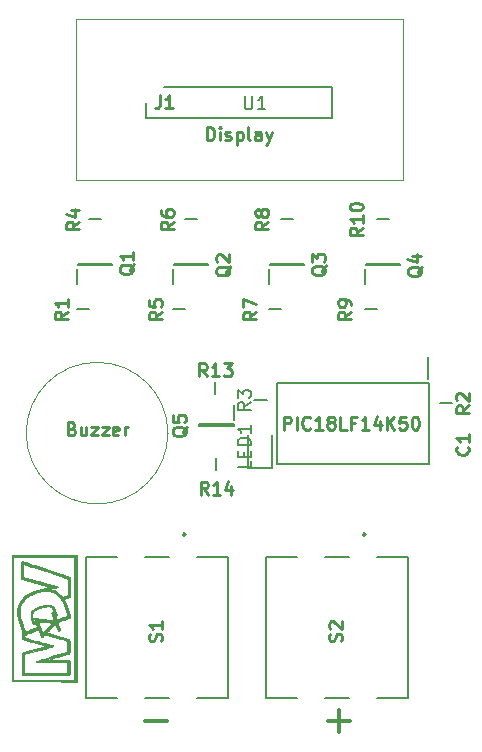
<source format=gbr>
%TF.GenerationSoftware,KiCad,Pcbnew,(5.1.10)-1*%
%TF.CreationDate,2021-07-01T22:54:37+02:00*%
%TF.ProjectId,BytesCounter,42797465-7343-46f7-956e-7465722e6b69,rev?*%
%TF.SameCoordinates,Original*%
%TF.FileFunction,Legend,Top*%
%TF.FilePolarity,Positive*%
%FSLAX46Y46*%
G04 Gerber Fmt 4.6, Leading zero omitted, Abs format (unit mm)*
G04 Created by KiCad (PCBNEW (5.1.10)-1) date 2021-07-01 22:54:37*
%MOMM*%
%LPD*%
G01*
G04 APERTURE LIST*
%ADD10C,0.300000*%
%ADD11C,0.275000*%
%ADD12C,0.250000*%
%ADD13C,0.010000*%
%ADD14C,0.254000*%
%ADD15C,0.200000*%
%ADD16C,0.120000*%
%ADD17C,0.100000*%
%ADD18C,0.150000*%
G04 APERTURE END LIST*
D10*
X113047619Y-89678571D02*
X114952380Y-89678571D01*
X128547619Y-89678571D02*
X130452380Y-89678571D01*
X129500000Y-90630952D02*
X129500000Y-88726190D01*
D11*
X118302380Y-40497619D02*
X118302380Y-39397619D01*
X118564285Y-39397619D01*
X118721428Y-39450000D01*
X118826190Y-39554761D01*
X118878571Y-39659523D01*
X118930952Y-39869047D01*
X118930952Y-40026190D01*
X118878571Y-40235714D01*
X118826190Y-40340476D01*
X118721428Y-40445238D01*
X118564285Y-40497619D01*
X118302380Y-40497619D01*
X119402380Y-40497619D02*
X119402380Y-39764285D01*
X119402380Y-39397619D02*
X119350000Y-39450000D01*
X119402380Y-39502380D01*
X119454761Y-39450000D01*
X119402380Y-39397619D01*
X119402380Y-39502380D01*
X119873809Y-40445238D02*
X119978571Y-40497619D01*
X120188095Y-40497619D01*
X120292857Y-40445238D01*
X120345238Y-40340476D01*
X120345238Y-40288095D01*
X120292857Y-40183333D01*
X120188095Y-40130952D01*
X120030952Y-40130952D01*
X119926190Y-40078571D01*
X119873809Y-39973809D01*
X119873809Y-39921428D01*
X119926190Y-39816666D01*
X120030952Y-39764285D01*
X120188095Y-39764285D01*
X120292857Y-39816666D01*
X120816666Y-39764285D02*
X120816666Y-40864285D01*
X120816666Y-39816666D02*
X120921428Y-39764285D01*
X121130952Y-39764285D01*
X121235714Y-39816666D01*
X121288095Y-39869047D01*
X121340476Y-39973809D01*
X121340476Y-40288095D01*
X121288095Y-40392857D01*
X121235714Y-40445238D01*
X121130952Y-40497619D01*
X120921428Y-40497619D01*
X120816666Y-40445238D01*
X121969047Y-40497619D02*
X121864285Y-40445238D01*
X121811904Y-40340476D01*
X121811904Y-39397619D01*
X122859523Y-40497619D02*
X122859523Y-39921428D01*
X122807142Y-39816666D01*
X122702380Y-39764285D01*
X122492857Y-39764285D01*
X122388095Y-39816666D01*
X122859523Y-40445238D02*
X122754761Y-40497619D01*
X122492857Y-40497619D01*
X122388095Y-40445238D01*
X122335714Y-40340476D01*
X122335714Y-40235714D01*
X122388095Y-40130952D01*
X122492857Y-40078571D01*
X122754761Y-40078571D01*
X122859523Y-40026190D01*
X123278571Y-39764285D02*
X123540476Y-40497619D01*
X123802380Y-39764285D02*
X123540476Y-40497619D01*
X123435714Y-40759523D01*
X123383333Y-40811904D01*
X123278571Y-40864285D01*
D10*
D12*
X124790476Y-64997619D02*
X124790476Y-63897619D01*
X125209523Y-63897619D01*
X125314285Y-63950000D01*
X125366666Y-64002380D01*
X125419047Y-64107142D01*
X125419047Y-64264285D01*
X125366666Y-64369047D01*
X125314285Y-64421428D01*
X125209523Y-64473809D01*
X124790476Y-64473809D01*
X125890476Y-64997619D02*
X125890476Y-63897619D01*
X127042857Y-64892857D02*
X126990476Y-64945238D01*
X126833333Y-64997619D01*
X126728571Y-64997619D01*
X126571428Y-64945238D01*
X126466666Y-64840476D01*
X126414285Y-64735714D01*
X126361904Y-64526190D01*
X126361904Y-64369047D01*
X126414285Y-64159523D01*
X126466666Y-64054761D01*
X126571428Y-63950000D01*
X126728571Y-63897619D01*
X126833333Y-63897619D01*
X126990476Y-63950000D01*
X127042857Y-64002380D01*
X128090476Y-64997619D02*
X127461904Y-64997619D01*
X127776190Y-64997619D02*
X127776190Y-63897619D01*
X127671428Y-64054761D01*
X127566666Y-64159523D01*
X127461904Y-64211904D01*
X128719047Y-64369047D02*
X128614285Y-64316666D01*
X128561904Y-64264285D01*
X128509523Y-64159523D01*
X128509523Y-64107142D01*
X128561904Y-64002380D01*
X128614285Y-63950000D01*
X128719047Y-63897619D01*
X128928571Y-63897619D01*
X129033333Y-63950000D01*
X129085714Y-64002380D01*
X129138095Y-64107142D01*
X129138095Y-64159523D01*
X129085714Y-64264285D01*
X129033333Y-64316666D01*
X128928571Y-64369047D01*
X128719047Y-64369047D01*
X128614285Y-64421428D01*
X128561904Y-64473809D01*
X128509523Y-64578571D01*
X128509523Y-64788095D01*
X128561904Y-64892857D01*
X128614285Y-64945238D01*
X128719047Y-64997619D01*
X128928571Y-64997619D01*
X129033333Y-64945238D01*
X129085714Y-64892857D01*
X129138095Y-64788095D01*
X129138095Y-64578571D01*
X129085714Y-64473809D01*
X129033333Y-64421428D01*
X128928571Y-64369047D01*
X130133333Y-64997619D02*
X129609523Y-64997619D01*
X129609523Y-63897619D01*
X130866666Y-64421428D02*
X130500000Y-64421428D01*
X130500000Y-64997619D02*
X130500000Y-63897619D01*
X131023809Y-63897619D01*
X132019047Y-64997619D02*
X131390476Y-64997619D01*
X131704761Y-64997619D02*
X131704761Y-63897619D01*
X131600000Y-64054761D01*
X131495238Y-64159523D01*
X131390476Y-64211904D01*
X132961904Y-64264285D02*
X132961904Y-64997619D01*
X132700000Y-63845238D02*
X132438095Y-64630952D01*
X133119047Y-64630952D01*
X133538095Y-64997619D02*
X133538095Y-63897619D01*
X134166666Y-64997619D02*
X133695238Y-64369047D01*
X134166666Y-63897619D02*
X133538095Y-64526190D01*
X135161904Y-63897619D02*
X134638095Y-63897619D01*
X134585714Y-64421428D01*
X134638095Y-64369047D01*
X134742857Y-64316666D01*
X135004761Y-64316666D01*
X135109523Y-64369047D01*
X135161904Y-64421428D01*
X135214285Y-64526190D01*
X135214285Y-64788095D01*
X135161904Y-64892857D01*
X135109523Y-64945238D01*
X135004761Y-64997619D01*
X134742857Y-64997619D01*
X134638095Y-64945238D01*
X134585714Y-64892857D01*
X135895238Y-63897619D02*
X136000000Y-63897619D01*
X136104761Y-63950000D01*
X136157142Y-64002380D01*
X136209523Y-64107142D01*
X136261904Y-64316666D01*
X136261904Y-64578571D01*
X136209523Y-64788095D01*
X136157142Y-64892857D01*
X136104761Y-64945238D01*
X136000000Y-64997619D01*
X135895238Y-64997619D01*
X135790476Y-64945238D01*
X135738095Y-64892857D01*
X135685714Y-64788095D01*
X135633333Y-64578571D01*
X135633333Y-64316666D01*
X135685714Y-64107142D01*
X135738095Y-64002380D01*
X135790476Y-63950000D01*
X135895238Y-63897619D01*
D11*
X106878571Y-64921428D02*
X107035714Y-64973809D01*
X107088095Y-65026190D01*
X107140476Y-65130952D01*
X107140476Y-65288095D01*
X107088095Y-65392857D01*
X107035714Y-65445238D01*
X106930952Y-65497619D01*
X106511904Y-65497619D01*
X106511904Y-64397619D01*
X106878571Y-64397619D01*
X106983333Y-64450000D01*
X107035714Y-64502380D01*
X107088095Y-64607142D01*
X107088095Y-64711904D01*
X107035714Y-64816666D01*
X106983333Y-64869047D01*
X106878571Y-64921428D01*
X106511904Y-64921428D01*
X108083333Y-64764285D02*
X108083333Y-65497619D01*
X107611904Y-64764285D02*
X107611904Y-65340476D01*
X107664285Y-65445238D01*
X107769047Y-65497619D01*
X107926190Y-65497619D01*
X108030952Y-65445238D01*
X108083333Y-65392857D01*
X108502380Y-64764285D02*
X109078571Y-64764285D01*
X108502380Y-65497619D01*
X109078571Y-65497619D01*
X109392857Y-64764285D02*
X109969047Y-64764285D01*
X109392857Y-65497619D01*
X109969047Y-65497619D01*
X110807142Y-65445238D02*
X110702380Y-65497619D01*
X110492857Y-65497619D01*
X110388095Y-65445238D01*
X110335714Y-65340476D01*
X110335714Y-64921428D01*
X110388095Y-64816666D01*
X110492857Y-64764285D01*
X110702380Y-64764285D01*
X110807142Y-64816666D01*
X110859523Y-64921428D01*
X110859523Y-65026190D01*
X110335714Y-65130952D01*
X111330952Y-65497619D02*
X111330952Y-64764285D01*
X111330952Y-64973809D02*
X111383333Y-64869047D01*
X111435714Y-64816666D01*
X111540476Y-64764285D01*
X111645238Y-64764285D01*
D10*
D13*
%TO.C,G\u002A\u002A\u002A*%
G36*
X104515875Y-75650356D02*
G01*
X107272834Y-75645296D01*
X107272834Y-86333539D01*
X104515875Y-86328478D01*
X101896500Y-86323670D01*
X101896500Y-86185834D01*
X107082334Y-86185834D01*
X107082334Y-75793000D01*
X101896500Y-75793000D01*
X101896500Y-86185834D01*
X101896500Y-86323670D01*
X101758917Y-86323417D01*
X101758917Y-75655417D01*
X104515875Y-75650356D01*
G37*
X104515875Y-75650356D02*
X107272834Y-75645296D01*
X107272834Y-86333539D01*
X104515875Y-86328478D01*
X101896500Y-86323670D01*
X101896500Y-86185834D01*
X107082334Y-86185834D01*
X107082334Y-75793000D01*
X101896500Y-75793000D01*
X101896500Y-86185834D01*
X101896500Y-86323670D01*
X101758917Y-86323417D01*
X101758917Y-75655417D01*
X104515875Y-75650356D01*
G36*
X102246922Y-80417917D02*
G01*
X102247905Y-80292143D01*
X102250791Y-80197588D01*
X102257071Y-80123138D01*
X102268236Y-80057681D01*
X102285779Y-79990104D01*
X102311190Y-79909293D01*
X102317946Y-79888750D01*
X102355653Y-79784403D01*
X102398612Y-79680766D01*
X102440019Y-79593728D01*
X102458457Y-79560667D01*
X102494729Y-79508399D01*
X102548937Y-79439469D01*
X102615237Y-79360342D01*
X102687781Y-79277487D01*
X102760723Y-79197367D01*
X102828218Y-79126451D01*
X102884419Y-79071203D01*
X102923481Y-79038091D01*
X102936884Y-79031500D01*
X102963699Y-79020616D01*
X103014498Y-78992081D01*
X103078206Y-78952125D01*
X103165430Y-78895082D01*
X103225499Y-78856431D01*
X103266582Y-78831236D01*
X103296850Y-78814559D01*
X103324471Y-78801465D01*
X103335834Y-78796463D01*
X103395013Y-78770299D01*
X103452250Y-78744571D01*
X103571606Y-78696222D01*
X103721039Y-78644748D01*
X103888828Y-78593749D01*
X104063253Y-78546823D01*
X104203667Y-78513767D01*
X104324459Y-78486388D01*
X104451259Y-78455877D01*
X104577410Y-78424037D01*
X104696257Y-78392672D01*
X104801144Y-78363584D01*
X104885414Y-78338575D01*
X104942412Y-78319449D01*
X104965482Y-78308007D01*
X104965667Y-78307385D01*
X104948617Y-78292245D01*
X104936128Y-78290667D01*
X104910757Y-78285179D01*
X104848353Y-78269390D01*
X104752679Y-78244310D01*
X104627495Y-78210951D01*
X104476563Y-78170324D01*
X104303645Y-78123441D01*
X104112502Y-78071311D01*
X103906896Y-78014948D01*
X103756086Y-77973435D01*
X103498225Y-77902086D01*
X103278549Y-77840719D01*
X103094318Y-77788497D01*
X102942789Y-77744585D01*
X102821220Y-77708144D01*
X102726870Y-77678341D01*
X102656997Y-77654337D01*
X102608859Y-77635298D01*
X102579713Y-77620387D01*
X102568542Y-77611256D01*
X102558131Y-77595412D01*
X102549857Y-77572850D01*
X102543480Y-77538948D01*
X102538757Y-77489082D01*
X102535447Y-77418628D01*
X102533309Y-77322962D01*
X102532102Y-77197463D01*
X102531583Y-77037505D01*
X102531500Y-76901906D01*
X102531609Y-76716390D01*
X102532122Y-76568560D01*
X102533318Y-76453772D01*
X102535474Y-76367377D01*
X102538868Y-76304729D01*
X102543780Y-76261182D01*
X102550488Y-76232090D01*
X102559269Y-76212806D01*
X102570402Y-76198684D01*
X102573833Y-76195167D01*
X102637542Y-76160130D01*
X102695863Y-76152834D01*
X102724253Y-76159474D01*
X102789340Y-76178642D01*
X102887752Y-76209209D01*
X103016116Y-76250049D01*
X103171059Y-76300031D01*
X103349208Y-76358029D01*
X103547191Y-76422913D01*
X103761634Y-76493556D01*
X103989165Y-76568830D01*
X104226411Y-76647606D01*
X104469999Y-76728756D01*
X104716557Y-76811153D01*
X104962711Y-76893666D01*
X105205090Y-76975170D01*
X105440319Y-77054535D01*
X105665027Y-77130632D01*
X105875840Y-77202335D01*
X106069385Y-77268515D01*
X106242291Y-77328043D01*
X106391184Y-77379791D01*
X106512690Y-77422632D01*
X106603439Y-77455437D01*
X106660056Y-77477077D01*
X106676414Y-77484325D01*
X106715971Y-77517274D01*
X106730593Y-77540394D01*
X106733591Y-77568788D01*
X106736347Y-77634538D01*
X106738779Y-77732669D01*
X106740809Y-77858203D01*
X106742354Y-78006164D01*
X106743333Y-78171577D01*
X106743667Y-78345315D01*
X106743559Y-78546911D01*
X106743099Y-78710427D01*
X106742075Y-78840117D01*
X106740282Y-78940234D01*
X106737510Y-79015033D01*
X106733550Y-79068766D01*
X106728195Y-79105687D01*
X106721235Y-79130050D01*
X106712463Y-79146108D01*
X106703951Y-79155883D01*
X106667512Y-79179124D01*
X106601254Y-79209825D01*
X106515912Y-79243302D01*
X106455243Y-79264350D01*
X106366279Y-79294672D01*
X106292097Y-79321928D01*
X106242171Y-79342521D01*
X106226727Y-79351049D01*
X106221735Y-79381955D01*
X106239824Y-79435234D01*
X106241348Y-79438374D01*
X106323416Y-79612588D01*
X106385642Y-79762726D01*
X106432319Y-79899490D01*
X106447435Y-79952250D01*
X106476468Y-80048981D01*
X106509959Y-80145426D01*
X106541079Y-80222041D01*
X106543588Y-80227417D01*
X106562734Y-80275124D01*
X106589099Y-80350545D01*
X106619892Y-80444531D01*
X106652320Y-80547932D01*
X106683591Y-80651598D01*
X106710913Y-80746379D01*
X106731494Y-80823125D01*
X106742541Y-80872685D01*
X106743667Y-80883102D01*
X106726209Y-80899134D01*
X106683342Y-80921287D01*
X106674875Y-80924904D01*
X106547927Y-80977052D01*
X106432315Y-81023433D01*
X106334231Y-81061656D01*
X106259863Y-81089329D01*
X106215403Y-81104061D01*
X106206603Y-81105834D01*
X106173376Y-81113384D01*
X106113071Y-81133643D01*
X106034428Y-81163024D01*
X105946183Y-81197941D01*
X105857075Y-81234805D01*
X105775843Y-81270029D01*
X105711224Y-81300028D01*
X105671957Y-81321214D01*
X105664167Y-81328503D01*
X105671411Y-81357070D01*
X105690716Y-81414368D01*
X105718446Y-81489810D01*
X105729671Y-81519067D01*
X105768516Y-81621459D01*
X105808954Y-81731649D01*
X105842620Y-81826820D01*
X105844382Y-81831965D01*
X105893589Y-81976012D01*
X105842378Y-81996006D01*
X105780383Y-82020202D01*
X105737660Y-82036868D01*
X105696171Y-82046873D01*
X105673480Y-82028472D01*
X105665252Y-82010409D01*
X105650930Y-81973514D01*
X105625088Y-81905979D01*
X105591146Y-81816775D01*
X105552524Y-81714871D01*
X105544477Y-81693593D01*
X105442604Y-81424102D01*
X105399927Y-81473635D01*
X105372526Y-81503903D01*
X105321140Y-81559268D01*
X105250979Y-81634168D01*
X105167254Y-81723044D01*
X105075176Y-81820336D01*
X105060917Y-81835364D01*
X104970694Y-81931425D01*
X104890883Y-82018320D01*
X104825994Y-82090983D01*
X104780536Y-82144344D01*
X104759020Y-82173335D01*
X104757974Y-82175815D01*
X104769056Y-82198437D01*
X104789724Y-82201926D01*
X104819079Y-82207400D01*
X104883474Y-82223926D01*
X104977527Y-82249973D01*
X105095857Y-82284009D01*
X105233083Y-82324504D01*
X105383824Y-82369928D01*
X105431334Y-82384427D01*
X105682834Y-82461472D01*
X105896904Y-82527257D01*
X106076623Y-82582820D01*
X106225067Y-82629198D01*
X106345315Y-82667430D01*
X106440444Y-82698555D01*
X106513532Y-82723609D01*
X106567656Y-82743632D01*
X106605895Y-82759662D01*
X106631325Y-82772736D01*
X106647026Y-82783893D01*
X106656074Y-82794172D01*
X106658592Y-82798404D01*
X106665426Y-82832527D01*
X106671161Y-82904584D01*
X106675627Y-83010188D01*
X106678656Y-83144951D01*
X106680079Y-83304484D01*
X106680167Y-83358692D01*
X106680309Y-83529485D01*
X106679361Y-83663193D01*
X106675260Y-83765055D01*
X106665946Y-83840307D01*
X106649355Y-83894188D01*
X106623428Y-83931934D01*
X106586100Y-83958785D01*
X106535312Y-83979977D01*
X106469001Y-84000748D01*
X106421854Y-84014899D01*
X106359613Y-84033803D01*
X106262991Y-84063066D01*
X106138140Y-84100827D01*
X105991213Y-84145227D01*
X105828361Y-84194407D01*
X105655736Y-84246508D01*
X105525640Y-84285753D01*
X104805029Y-84503084D01*
X105699205Y-84496733D01*
X105917134Y-84495236D01*
X106096677Y-84494235D01*
X106241779Y-84493887D01*
X106356389Y-84494347D01*
X106444450Y-84495772D01*
X106509910Y-84498317D01*
X106556715Y-84502138D01*
X106588810Y-84507391D01*
X106610142Y-84514232D01*
X106624657Y-84522817D01*
X106636300Y-84533301D01*
X106636774Y-84533775D01*
X106649724Y-84548464D01*
X106659806Y-84566910D01*
X106667378Y-84594184D01*
X106672799Y-84635358D01*
X106676427Y-84695503D01*
X106678619Y-84779692D01*
X106679733Y-84892996D01*
X106680127Y-85040487D01*
X106680167Y-85148667D01*
X106680022Y-85319489D01*
X106679356Y-85453039D01*
X106677820Y-85554378D01*
X106675064Y-85628566D01*
X106670739Y-85680665D01*
X106664496Y-85715735D01*
X106655987Y-85738838D01*
X106644863Y-85755034D01*
X106637833Y-85762500D01*
X106629897Y-85769696D01*
X106619645Y-85776026D01*
X106604474Y-85781547D01*
X106581780Y-85786313D01*
X106548958Y-85790380D01*
X106503405Y-85793804D01*
X106489667Y-85794443D01*
X106489667Y-85614334D01*
X106489667Y-84680759D01*
X105140292Y-84684266D01*
X104867808Y-84684926D01*
X104634609Y-84685333D01*
X104437651Y-84685408D01*
X104273885Y-84685074D01*
X104140264Y-84684256D01*
X104033743Y-84682874D01*
X103951273Y-84680854D01*
X103889809Y-84678116D01*
X103846304Y-84674585D01*
X103817710Y-84670183D01*
X103800981Y-84664833D01*
X103793070Y-84658458D01*
X103790931Y-84650981D01*
X103790917Y-84650129D01*
X103796363Y-84640867D01*
X103814469Y-84628850D01*
X103847888Y-84613204D01*
X103899274Y-84593053D01*
X103971279Y-84567523D01*
X104066556Y-84535739D01*
X104187758Y-84496828D01*
X104337539Y-84449915D01*
X104518550Y-84394125D01*
X104733446Y-84328583D01*
X104984880Y-84252416D01*
X105135000Y-84207096D01*
X106479084Y-83801709D01*
X106484792Y-83354661D01*
X106490501Y-82907613D01*
X106251959Y-82833740D01*
X106051343Y-82771784D01*
X105848299Y-82709398D01*
X105646967Y-82647828D01*
X105451491Y-82588321D01*
X105266009Y-82532124D01*
X105094665Y-82480484D01*
X104941600Y-82434647D01*
X104810954Y-82395861D01*
X104706869Y-82365373D01*
X104633486Y-82344428D01*
X104594948Y-82334274D01*
X104590433Y-82333501D01*
X104558774Y-82349556D01*
X104548677Y-82362348D01*
X104503362Y-82427741D01*
X104447527Y-82491935D01*
X104390557Y-82545757D01*
X104378034Y-82554567D01*
X104378034Y-82223450D01*
X104541028Y-82050933D01*
X104615911Y-81971654D01*
X104709482Y-81872559D01*
X104811377Y-81764623D01*
X104911234Y-81658823D01*
X104942137Y-81626075D01*
X105039026Y-81521279D01*
X105106081Y-81443693D01*
X105144527Y-81391761D01*
X105155587Y-81363928D01*
X105152334Y-81359036D01*
X105118991Y-81350522D01*
X105055702Y-81341167D01*
X104974775Y-81332712D01*
X104955084Y-81331088D01*
X104851639Y-81322224D01*
X104729025Y-81310588D01*
X104610111Y-81298372D01*
X104584667Y-81295598D01*
X104390775Y-81274932D01*
X104238296Y-81260415D01*
X104126765Y-81252013D01*
X104055715Y-81249692D01*
X104024680Y-81253418D01*
X104023385Y-81254591D01*
X104027868Y-81277737D01*
X104045394Y-81333611D01*
X104073657Y-81415487D01*
X104110351Y-81516638D01*
X104143435Y-81604834D01*
X104190667Y-81729093D01*
X104237103Y-81851347D01*
X104278745Y-81961068D01*
X104311599Y-82047731D01*
X104324826Y-82082683D01*
X104378034Y-82223450D01*
X104378034Y-82554567D01*
X104341834Y-82580035D01*
X104318358Y-82587500D01*
X104295357Y-82582580D01*
X104273942Y-82563460D01*
X104250159Y-82523598D01*
X104220052Y-82456454D01*
X104182554Y-82362878D01*
X104143078Y-82260278D01*
X104105833Y-82160609D01*
X104075763Y-82077247D01*
X104061317Y-82034795D01*
X104039659Y-81976195D01*
X104020551Y-81938695D01*
X104012472Y-81931334D01*
X103984968Y-81938640D01*
X103928654Y-81957953D01*
X103853948Y-81985366D01*
X103771268Y-82016969D01*
X103691030Y-82048855D01*
X103623654Y-82077117D01*
X103622489Y-82077627D01*
X103552011Y-82107509D01*
X103485507Y-82134141D01*
X103473417Y-82138712D01*
X103314123Y-82198503D01*
X103190698Y-82246519D01*
X103098923Y-82284591D01*
X103034579Y-82314550D01*
X102993449Y-82338225D01*
X102972463Y-82356053D01*
X102947210Y-82374674D01*
X102947210Y-82063758D01*
X102974511Y-82061890D01*
X103033489Y-82046456D01*
X103116591Y-82019786D01*
X103216258Y-81984210D01*
X103264710Y-81965835D01*
X103387654Y-81918357D01*
X103514693Y-81869287D01*
X103632044Y-81823951D01*
X103725923Y-81787673D01*
X103738000Y-81783005D01*
X103817874Y-81751822D01*
X103881214Y-81726514D01*
X103918783Y-81710801D01*
X103924984Y-81707731D01*
X103922874Y-81685838D01*
X103908256Y-81637771D01*
X103885923Y-81575991D01*
X103860667Y-81512963D01*
X103837278Y-81461147D01*
X103820550Y-81433007D01*
X103818785Y-81431518D01*
X103788870Y-81429672D01*
X103733468Y-81437898D01*
X103696156Y-81446421D01*
X103637496Y-81458763D01*
X103637496Y-81271107D01*
X103697561Y-81250169D01*
X103757625Y-81229230D01*
X103716371Y-81120657D01*
X103694543Y-81050693D01*
X103689859Y-81004238D01*
X103694442Y-80992759D01*
X103724886Y-80986448D01*
X103796259Y-80986861D01*
X103907705Y-80993936D01*
X104058368Y-81007609D01*
X104247391Y-81027819D01*
X104373000Y-81042361D01*
X104494724Y-81056099D01*
X104627597Y-81069942D01*
X104765022Y-81083331D01*
X104900398Y-81095704D01*
X105027126Y-81106500D01*
X105138606Y-81115159D01*
X105228240Y-81121121D01*
X105289429Y-81123823D01*
X105315571Y-81122707D01*
X105315916Y-81122474D01*
X105314378Y-81098720D01*
X105299941Y-81046393D01*
X105275612Y-80976153D01*
X105271648Y-80965654D01*
X105244173Y-80892136D01*
X105212892Y-80806163D01*
X105181123Y-80717163D01*
X105152184Y-80634564D01*
X105129394Y-80567795D01*
X105116070Y-80526284D01*
X105113981Y-80517707D01*
X105131502Y-80506728D01*
X105176504Y-80485225D01*
X105212647Y-80469306D01*
X105274638Y-80445645D01*
X105313411Y-80444342D01*
X105338739Y-80471083D01*
X105360400Y-80531552D01*
X105368414Y-80559898D01*
X105388097Y-80614394D01*
X105409093Y-80649258D01*
X105413010Y-80652507D01*
X105427350Y-80650291D01*
X105423618Y-80626943D01*
X105411549Y-80587520D01*
X105391437Y-80521526D01*
X105367532Y-80442898D01*
X105366373Y-80439084D01*
X105300394Y-80278140D01*
X105210334Y-80146733D01*
X105099073Y-80048625D01*
X105042572Y-80016204D01*
X104976694Y-79986541D01*
X104921867Y-79971256D01*
X104860641Y-79967560D01*
X104775562Y-79972667D01*
X104771921Y-79972972D01*
X104639834Y-79986725D01*
X104517009Y-80004360D01*
X104412252Y-80024263D01*
X104334369Y-80044818D01*
X104298917Y-80059677D01*
X104246189Y-80083361D01*
X104193818Y-80099446D01*
X104056385Y-80144002D01*
X103917730Y-80211002D01*
X103787012Y-80294103D01*
X103673390Y-80386964D01*
X103586024Y-80483242D01*
X103545996Y-80548024D01*
X103519181Y-80626870D01*
X103510743Y-80719504D01*
X103521118Y-80832290D01*
X103550742Y-80971589D01*
X103583063Y-81087929D01*
X103637496Y-81271107D01*
X103637496Y-81458763D01*
X103627726Y-81460819D01*
X103585833Y-81459962D01*
X103561071Y-81446980D01*
X103542617Y-81417517D01*
X103515454Y-81356438D01*
X103483216Y-81272619D01*
X103449540Y-81174937D01*
X103449050Y-81173436D01*
X103412585Y-81056818D01*
X103388829Y-80965741D01*
X103375205Y-80886271D01*
X103369132Y-80804472D01*
X103367985Y-80735417D01*
X103374400Y-80601956D01*
X103397349Y-80496156D01*
X103441430Y-80405062D01*
X103511239Y-80315720D01*
X103520507Y-80305636D01*
X103590050Y-80243846D01*
X103685665Y-80175748D01*
X103793710Y-80109690D01*
X103900539Y-80054017D01*
X103992000Y-80017232D01*
X104064163Y-79993780D01*
X104125033Y-79972306D01*
X104150750Y-79962068D01*
X104198027Y-79944038D01*
X104268939Y-79920452D01*
X104351709Y-79894811D01*
X104434557Y-79870615D01*
X104505706Y-79851365D01*
X104553377Y-79840563D01*
X104563500Y-79839388D01*
X104598733Y-79837519D01*
X104663524Y-79832808D01*
X104745268Y-79826187D01*
X104764584Y-79824540D01*
X104923112Y-79824740D01*
X105064438Y-79857271D01*
X105202285Y-79925684D01*
X105233340Y-79945790D01*
X105314703Y-80021832D01*
X105394600Y-80139195D01*
X105472533Y-80296876D01*
X105548004Y-80493874D01*
X105617307Y-80717737D01*
X105604093Y-80739947D01*
X105562636Y-80764206D01*
X105548954Y-80769614D01*
X105500318Y-80792292D01*
X105474789Y-80814127D01*
X105473667Y-80818209D01*
X105480992Y-80851433D01*
X105499546Y-80905848D01*
X105524198Y-80968901D01*
X105549815Y-81028040D01*
X105571266Y-81070710D01*
X105582593Y-81084667D01*
X105606542Y-81077435D01*
X105661956Y-81057681D01*
X105740882Y-81028321D01*
X105835367Y-80992269D01*
X105847284Y-80987666D01*
X105963421Y-80943259D01*
X106084752Y-80897718D01*
X106195475Y-80856932D01*
X106267417Y-80831112D01*
X106350028Y-80801829D01*
X106420421Y-80776459D01*
X106466524Y-80759368D01*
X106473792Y-80756516D01*
X106507247Y-80726005D01*
X106502625Y-80684640D01*
X106492414Y-80670859D01*
X106477849Y-80641955D01*
X106456154Y-80583887D01*
X106431602Y-80508260D01*
X106427356Y-80494171D01*
X106401080Y-80412215D01*
X106375106Y-80341527D01*
X106354611Y-80296072D01*
X106352835Y-80293087D01*
X106335312Y-80254971D01*
X106309776Y-80186778D01*
X106280023Y-80099084D01*
X106257060Y-80026334D01*
X106217692Y-79902065D01*
X106180290Y-79796448D01*
X106138174Y-79692110D01*
X106084665Y-79571678D01*
X106069870Y-79539500D01*
X106050730Y-79505265D01*
X106050730Y-79181314D01*
X106286073Y-79103559D01*
X106379975Y-79072224D01*
X106458989Y-79045276D01*
X106514503Y-79025690D01*
X106537583Y-79016640D01*
X106541343Y-78994022D01*
X106544451Y-78934170D01*
X106546828Y-78842176D01*
X106548396Y-78723136D01*
X106549077Y-78582143D01*
X106548791Y-78424291D01*
X106548167Y-78328760D01*
X106542584Y-77650045D01*
X104648167Y-77007314D01*
X104375967Y-76915018D01*
X104115144Y-76826688D01*
X103868490Y-76743263D01*
X103638794Y-76665681D01*
X103428847Y-76594881D01*
X103241440Y-76531803D01*
X103079364Y-76477386D01*
X102945408Y-76432567D01*
X102842363Y-76398287D01*
X102773020Y-76375484D01*
X102740169Y-76365098D01*
X102737875Y-76364542D01*
X102733642Y-76384775D01*
X102729848Y-76441810D01*
X102726649Y-76530117D01*
X102724202Y-76644165D01*
X102722661Y-76778425D01*
X102722181Y-76920125D01*
X102722362Y-77475750D01*
X103679973Y-77739642D01*
X103897160Y-77799251D01*
X104121241Y-77860309D01*
X104344855Y-77920841D01*
X104560643Y-77978871D01*
X104761245Y-78032423D01*
X104939302Y-78079520D01*
X105087454Y-78118188D01*
X105145584Y-78133124D01*
X105328755Y-78180553D01*
X105471520Y-78220098D01*
X105574700Y-78253492D01*
X105639114Y-78282472D01*
X105665581Y-78308771D01*
X105654923Y-78334125D01*
X105607958Y-78360268D01*
X105525508Y-78388935D01*
X105408391Y-78421861D01*
X105295842Y-78451020D01*
X104980433Y-78531389D01*
X105126508Y-78560343D01*
X105314910Y-78613089D01*
X105493374Y-78696160D01*
X105667417Y-78812882D01*
X105842555Y-78966579D01*
X105905073Y-79029662D01*
X106050730Y-79181314D01*
X106050730Y-79505265D01*
X105981785Y-79381944D01*
X105867063Y-79226803D01*
X105733889Y-79082393D01*
X105590448Y-78957030D01*
X105444927Y-78859026D01*
X105357250Y-78815652D01*
X105230018Y-78764199D01*
X105127253Y-78728065D01*
X105035310Y-78704138D01*
X104940544Y-78689306D01*
X104829310Y-78680457D01*
X104747817Y-78676680D01*
X104589454Y-78674148D01*
X104443903Y-78678880D01*
X104324926Y-78690389D01*
X104313900Y-78692072D01*
X104249022Y-78705572D01*
X104158763Y-78728567D01*
X104051237Y-78758542D01*
X103934555Y-78792979D01*
X103816830Y-78829363D01*
X103706174Y-78865177D01*
X103610699Y-78897904D01*
X103538519Y-78925028D01*
X103497745Y-78944033D01*
X103494584Y-78946225D01*
X103459082Y-78964883D01*
X103420500Y-78979039D01*
X103367712Y-79003028D01*
X103308697Y-79040209D01*
X103302086Y-79045129D01*
X103256266Y-79077184D01*
X103224718Y-79094179D01*
X103220782Y-79095000D01*
X103190573Y-79108337D01*
X103137834Y-79143823D01*
X103070935Y-79194675D01*
X102998250Y-79254108D01*
X102928148Y-79315339D01*
X102869002Y-79371583D01*
X102837631Y-79405501D01*
X102781421Y-79472265D01*
X102726855Y-79536988D01*
X102698991Y-79569983D01*
X102634780Y-79664163D01*
X102572013Y-79789559D01*
X102515486Y-79935185D01*
X102469992Y-80090057D01*
X102467475Y-80100417D01*
X102455649Y-80177850D01*
X102448210Y-80284814D01*
X102445169Y-80408734D01*
X102446539Y-80537034D01*
X102452330Y-80657139D01*
X102462555Y-80756473D01*
X102466836Y-80782197D01*
X102481851Y-80844850D01*
X102507452Y-80934950D01*
X102539955Y-81040084D01*
X102573057Y-81140200D01*
X102612146Y-81254486D01*
X102659626Y-81393347D01*
X102710203Y-81541300D01*
X102758583Y-81682861D01*
X102771160Y-81719667D01*
X102809825Y-81829469D01*
X102845193Y-81923695D01*
X102874582Y-81995672D01*
X102895308Y-82038723D01*
X102903173Y-82048075D01*
X102938262Y-82058738D01*
X102947210Y-82063758D01*
X102947210Y-82374674D01*
X102925957Y-82390346D01*
X102871921Y-82410408D01*
X102828293Y-82424011D01*
X102810140Y-82450801D01*
X102806667Y-82500853D01*
X102806667Y-82578247D01*
X103785625Y-82857614D01*
X103991841Y-82916261D01*
X104194155Y-82973420D01*
X104387180Y-83027593D01*
X104565528Y-83077287D01*
X104723812Y-83121003D01*
X104856644Y-83157246D01*
X104958636Y-83184521D01*
X105015855Y-83199238D01*
X105147365Y-83233744D01*
X105239824Y-83263637D01*
X105292852Y-83290648D01*
X105306072Y-83316509D01*
X105279103Y-83342950D01*
X105211569Y-83371705D01*
X105103089Y-83404503D01*
X104963059Y-83440663D01*
X104871766Y-83464073D01*
X104746063Y-83497526D01*
X104592204Y-83539299D01*
X104416441Y-83587664D01*
X104225030Y-83640897D01*
X104024223Y-83697272D01*
X103820275Y-83755064D01*
X103727417Y-83781566D01*
X102817250Y-84041949D01*
X102811701Y-84828142D01*
X102806152Y-85614334D01*
X106489667Y-85614334D01*
X106489667Y-85794443D01*
X106442517Y-85796639D01*
X106363689Y-85798942D01*
X106264318Y-85800767D01*
X106141800Y-85802171D01*
X105993531Y-85803208D01*
X105816907Y-85803933D01*
X105609324Y-85804403D01*
X105368177Y-85804673D01*
X105090864Y-85804797D01*
X104774780Y-85804832D01*
X104648167Y-85804834D01*
X104317157Y-85804818D01*
X104025877Y-85804732D01*
X103771722Y-85804523D01*
X103552089Y-85804133D01*
X103364373Y-85803508D01*
X103205971Y-85802592D01*
X103074278Y-85801330D01*
X102966691Y-85799666D01*
X102880605Y-85797546D01*
X102813417Y-85794913D01*
X102762523Y-85791712D01*
X102725318Y-85787888D01*
X102699199Y-85783386D01*
X102681562Y-85778149D01*
X102669802Y-85772124D01*
X102661317Y-85765253D01*
X102658500Y-85762501D01*
X102648044Y-85750672D01*
X102639466Y-85735433D01*
X102632583Y-85712781D01*
X102627206Y-85678713D01*
X102623152Y-85629227D01*
X102620233Y-85560320D01*
X102618264Y-85467988D01*
X102617059Y-85348230D01*
X102616432Y-85197041D01*
X102616197Y-85010420D01*
X102616167Y-84850942D01*
X102616660Y-84639528D01*
X102618087Y-84449597D01*
X102620369Y-84284622D01*
X102623430Y-84148075D01*
X102627191Y-84043428D01*
X102631575Y-83974152D01*
X102636502Y-83943720D01*
X102636525Y-83943679D01*
X102670538Y-83908089D01*
X102715900Y-83881938D01*
X102752430Y-83869604D01*
X102823377Y-83847733D01*
X102923793Y-83817735D01*
X103048731Y-83781017D01*
X103193244Y-83738985D01*
X103352385Y-83693048D01*
X103521206Y-83644612D01*
X103694760Y-83595086D01*
X103868100Y-83545877D01*
X104036279Y-83498392D01*
X104194350Y-83454038D01*
X104337365Y-83414224D01*
X104460377Y-83380357D01*
X104558439Y-83353844D01*
X104626604Y-83336093D01*
X104659924Y-83328510D01*
X104661793Y-83328334D01*
X104687484Y-83323856D01*
X104687919Y-83318697D01*
X104666261Y-83311162D01*
X104607806Y-83293224D01*
X104516488Y-83266029D01*
X104396237Y-83230725D01*
X104250984Y-83188462D01*
X104084660Y-83140385D01*
X103901198Y-83087643D01*
X103704528Y-83031384D01*
X103673683Y-83022585D01*
X103404090Y-82945110D01*
X103175136Y-82878033D01*
X102986885Y-82821373D01*
X102839398Y-82775149D01*
X102732738Y-82739380D01*
X102666965Y-82714087D01*
X102642625Y-82700093D01*
X102631634Y-82668644D01*
X102623748Y-82606432D01*
X102618748Y-82510124D01*
X102616409Y-82376387D01*
X102616167Y-82302740D01*
X102615624Y-82165685D01*
X102613381Y-82061746D01*
X102608516Y-81981711D01*
X102600109Y-81916370D01*
X102587238Y-81856512D01*
X102568983Y-81792926D01*
X102563404Y-81775160D01*
X102534916Y-81683666D01*
X102508408Y-81595561D01*
X102489057Y-81528102D01*
X102487249Y-81521417D01*
X102461956Y-81441654D01*
X102430397Y-81360034D01*
X102425646Y-81349250D01*
X102402296Y-81288327D01*
X102374507Y-81202388D01*
X102347441Y-81107649D01*
X102341437Y-81084667D01*
X102316976Y-80990454D01*
X102293103Y-80900965D01*
X102274134Y-80832314D01*
X102270601Y-80820084D01*
X102260973Y-80764590D01*
X102253462Y-80675717D01*
X102248592Y-80562389D01*
X102246890Y-80433529D01*
X102246922Y-80417917D01*
G37*
X102246922Y-80417917D02*
X102247905Y-80292143D01*
X102250791Y-80197588D01*
X102257071Y-80123138D01*
X102268236Y-80057681D01*
X102285779Y-79990104D01*
X102311190Y-79909293D01*
X102317946Y-79888750D01*
X102355653Y-79784403D01*
X102398612Y-79680766D01*
X102440019Y-79593728D01*
X102458457Y-79560667D01*
X102494729Y-79508399D01*
X102548937Y-79439469D01*
X102615237Y-79360342D01*
X102687781Y-79277487D01*
X102760723Y-79197367D01*
X102828218Y-79126451D01*
X102884419Y-79071203D01*
X102923481Y-79038091D01*
X102936884Y-79031500D01*
X102963699Y-79020616D01*
X103014498Y-78992081D01*
X103078206Y-78952125D01*
X103165430Y-78895082D01*
X103225499Y-78856431D01*
X103266582Y-78831236D01*
X103296850Y-78814559D01*
X103324471Y-78801465D01*
X103335834Y-78796463D01*
X103395013Y-78770299D01*
X103452250Y-78744571D01*
X103571606Y-78696222D01*
X103721039Y-78644748D01*
X103888828Y-78593749D01*
X104063253Y-78546823D01*
X104203667Y-78513767D01*
X104324459Y-78486388D01*
X104451259Y-78455877D01*
X104577410Y-78424037D01*
X104696257Y-78392672D01*
X104801144Y-78363584D01*
X104885414Y-78338575D01*
X104942412Y-78319449D01*
X104965482Y-78308007D01*
X104965667Y-78307385D01*
X104948617Y-78292245D01*
X104936128Y-78290667D01*
X104910757Y-78285179D01*
X104848353Y-78269390D01*
X104752679Y-78244310D01*
X104627495Y-78210951D01*
X104476563Y-78170324D01*
X104303645Y-78123441D01*
X104112502Y-78071311D01*
X103906896Y-78014948D01*
X103756086Y-77973435D01*
X103498225Y-77902086D01*
X103278549Y-77840719D01*
X103094318Y-77788497D01*
X102942789Y-77744585D01*
X102821220Y-77708144D01*
X102726870Y-77678341D01*
X102656997Y-77654337D01*
X102608859Y-77635298D01*
X102579713Y-77620387D01*
X102568542Y-77611256D01*
X102558131Y-77595412D01*
X102549857Y-77572850D01*
X102543480Y-77538948D01*
X102538757Y-77489082D01*
X102535447Y-77418628D01*
X102533309Y-77322962D01*
X102532102Y-77197463D01*
X102531583Y-77037505D01*
X102531500Y-76901906D01*
X102531609Y-76716390D01*
X102532122Y-76568560D01*
X102533318Y-76453772D01*
X102535474Y-76367377D01*
X102538868Y-76304729D01*
X102543780Y-76261182D01*
X102550488Y-76232090D01*
X102559269Y-76212806D01*
X102570402Y-76198684D01*
X102573833Y-76195167D01*
X102637542Y-76160130D01*
X102695863Y-76152834D01*
X102724253Y-76159474D01*
X102789340Y-76178642D01*
X102887752Y-76209209D01*
X103016116Y-76250049D01*
X103171059Y-76300031D01*
X103349208Y-76358029D01*
X103547191Y-76422913D01*
X103761634Y-76493556D01*
X103989165Y-76568830D01*
X104226411Y-76647606D01*
X104469999Y-76728756D01*
X104716557Y-76811153D01*
X104962711Y-76893666D01*
X105205090Y-76975170D01*
X105440319Y-77054535D01*
X105665027Y-77130632D01*
X105875840Y-77202335D01*
X106069385Y-77268515D01*
X106242291Y-77328043D01*
X106391184Y-77379791D01*
X106512690Y-77422632D01*
X106603439Y-77455437D01*
X106660056Y-77477077D01*
X106676414Y-77484325D01*
X106715971Y-77517274D01*
X106730593Y-77540394D01*
X106733591Y-77568788D01*
X106736347Y-77634538D01*
X106738779Y-77732669D01*
X106740809Y-77858203D01*
X106742354Y-78006164D01*
X106743333Y-78171577D01*
X106743667Y-78345315D01*
X106743559Y-78546911D01*
X106743099Y-78710427D01*
X106742075Y-78840117D01*
X106740282Y-78940234D01*
X106737510Y-79015033D01*
X106733550Y-79068766D01*
X106728195Y-79105687D01*
X106721235Y-79130050D01*
X106712463Y-79146108D01*
X106703951Y-79155883D01*
X106667512Y-79179124D01*
X106601254Y-79209825D01*
X106515912Y-79243302D01*
X106455243Y-79264350D01*
X106366279Y-79294672D01*
X106292097Y-79321928D01*
X106242171Y-79342521D01*
X106226727Y-79351049D01*
X106221735Y-79381955D01*
X106239824Y-79435234D01*
X106241348Y-79438374D01*
X106323416Y-79612588D01*
X106385642Y-79762726D01*
X106432319Y-79899490D01*
X106447435Y-79952250D01*
X106476468Y-80048981D01*
X106509959Y-80145426D01*
X106541079Y-80222041D01*
X106543588Y-80227417D01*
X106562734Y-80275124D01*
X106589099Y-80350545D01*
X106619892Y-80444531D01*
X106652320Y-80547932D01*
X106683591Y-80651598D01*
X106710913Y-80746379D01*
X106731494Y-80823125D01*
X106742541Y-80872685D01*
X106743667Y-80883102D01*
X106726209Y-80899134D01*
X106683342Y-80921287D01*
X106674875Y-80924904D01*
X106547927Y-80977052D01*
X106432315Y-81023433D01*
X106334231Y-81061656D01*
X106259863Y-81089329D01*
X106215403Y-81104061D01*
X106206603Y-81105834D01*
X106173376Y-81113384D01*
X106113071Y-81133643D01*
X106034428Y-81163024D01*
X105946183Y-81197941D01*
X105857075Y-81234805D01*
X105775843Y-81270029D01*
X105711224Y-81300028D01*
X105671957Y-81321214D01*
X105664167Y-81328503D01*
X105671411Y-81357070D01*
X105690716Y-81414368D01*
X105718446Y-81489810D01*
X105729671Y-81519067D01*
X105768516Y-81621459D01*
X105808954Y-81731649D01*
X105842620Y-81826820D01*
X105844382Y-81831965D01*
X105893589Y-81976012D01*
X105842378Y-81996006D01*
X105780383Y-82020202D01*
X105737660Y-82036868D01*
X105696171Y-82046873D01*
X105673480Y-82028472D01*
X105665252Y-82010409D01*
X105650930Y-81973514D01*
X105625088Y-81905979D01*
X105591146Y-81816775D01*
X105552524Y-81714871D01*
X105544477Y-81693593D01*
X105442604Y-81424102D01*
X105399927Y-81473635D01*
X105372526Y-81503903D01*
X105321140Y-81559268D01*
X105250979Y-81634168D01*
X105167254Y-81723044D01*
X105075176Y-81820336D01*
X105060917Y-81835364D01*
X104970694Y-81931425D01*
X104890883Y-82018320D01*
X104825994Y-82090983D01*
X104780536Y-82144344D01*
X104759020Y-82173335D01*
X104757974Y-82175815D01*
X104769056Y-82198437D01*
X104789724Y-82201926D01*
X104819079Y-82207400D01*
X104883474Y-82223926D01*
X104977527Y-82249973D01*
X105095857Y-82284009D01*
X105233083Y-82324504D01*
X105383824Y-82369928D01*
X105431334Y-82384427D01*
X105682834Y-82461472D01*
X105896904Y-82527257D01*
X106076623Y-82582820D01*
X106225067Y-82629198D01*
X106345315Y-82667430D01*
X106440444Y-82698555D01*
X106513532Y-82723609D01*
X106567656Y-82743632D01*
X106605895Y-82759662D01*
X106631325Y-82772736D01*
X106647026Y-82783893D01*
X106656074Y-82794172D01*
X106658592Y-82798404D01*
X106665426Y-82832527D01*
X106671161Y-82904584D01*
X106675627Y-83010188D01*
X106678656Y-83144951D01*
X106680079Y-83304484D01*
X106680167Y-83358692D01*
X106680309Y-83529485D01*
X106679361Y-83663193D01*
X106675260Y-83765055D01*
X106665946Y-83840307D01*
X106649355Y-83894188D01*
X106623428Y-83931934D01*
X106586100Y-83958785D01*
X106535312Y-83979977D01*
X106469001Y-84000748D01*
X106421854Y-84014899D01*
X106359613Y-84033803D01*
X106262991Y-84063066D01*
X106138140Y-84100827D01*
X105991213Y-84145227D01*
X105828361Y-84194407D01*
X105655736Y-84246508D01*
X105525640Y-84285753D01*
X104805029Y-84503084D01*
X105699205Y-84496733D01*
X105917134Y-84495236D01*
X106096677Y-84494235D01*
X106241779Y-84493887D01*
X106356389Y-84494347D01*
X106444450Y-84495772D01*
X106509910Y-84498317D01*
X106556715Y-84502138D01*
X106588810Y-84507391D01*
X106610142Y-84514232D01*
X106624657Y-84522817D01*
X106636300Y-84533301D01*
X106636774Y-84533775D01*
X106649724Y-84548464D01*
X106659806Y-84566910D01*
X106667378Y-84594184D01*
X106672799Y-84635358D01*
X106676427Y-84695503D01*
X106678619Y-84779692D01*
X106679733Y-84892996D01*
X106680127Y-85040487D01*
X106680167Y-85148667D01*
X106680022Y-85319489D01*
X106679356Y-85453039D01*
X106677820Y-85554378D01*
X106675064Y-85628566D01*
X106670739Y-85680665D01*
X106664496Y-85715735D01*
X106655987Y-85738838D01*
X106644863Y-85755034D01*
X106637833Y-85762500D01*
X106629897Y-85769696D01*
X106619645Y-85776026D01*
X106604474Y-85781547D01*
X106581780Y-85786313D01*
X106548958Y-85790380D01*
X106503405Y-85793804D01*
X106489667Y-85794443D01*
X106489667Y-85614334D01*
X106489667Y-84680759D01*
X105140292Y-84684266D01*
X104867808Y-84684926D01*
X104634609Y-84685333D01*
X104437651Y-84685408D01*
X104273885Y-84685074D01*
X104140264Y-84684256D01*
X104033743Y-84682874D01*
X103951273Y-84680854D01*
X103889809Y-84678116D01*
X103846304Y-84674585D01*
X103817710Y-84670183D01*
X103800981Y-84664833D01*
X103793070Y-84658458D01*
X103790931Y-84650981D01*
X103790917Y-84650129D01*
X103796363Y-84640867D01*
X103814469Y-84628850D01*
X103847888Y-84613204D01*
X103899274Y-84593053D01*
X103971279Y-84567523D01*
X104066556Y-84535739D01*
X104187758Y-84496828D01*
X104337539Y-84449915D01*
X104518550Y-84394125D01*
X104733446Y-84328583D01*
X104984880Y-84252416D01*
X105135000Y-84207096D01*
X106479084Y-83801709D01*
X106484792Y-83354661D01*
X106490501Y-82907613D01*
X106251959Y-82833740D01*
X106051343Y-82771784D01*
X105848299Y-82709398D01*
X105646967Y-82647828D01*
X105451491Y-82588321D01*
X105266009Y-82532124D01*
X105094665Y-82480484D01*
X104941600Y-82434647D01*
X104810954Y-82395861D01*
X104706869Y-82365373D01*
X104633486Y-82344428D01*
X104594948Y-82334274D01*
X104590433Y-82333501D01*
X104558774Y-82349556D01*
X104548677Y-82362348D01*
X104503362Y-82427741D01*
X104447527Y-82491935D01*
X104390557Y-82545757D01*
X104378034Y-82554567D01*
X104378034Y-82223450D01*
X104541028Y-82050933D01*
X104615911Y-81971654D01*
X104709482Y-81872559D01*
X104811377Y-81764623D01*
X104911234Y-81658823D01*
X104942137Y-81626075D01*
X105039026Y-81521279D01*
X105106081Y-81443693D01*
X105144527Y-81391761D01*
X105155587Y-81363928D01*
X105152334Y-81359036D01*
X105118991Y-81350522D01*
X105055702Y-81341167D01*
X104974775Y-81332712D01*
X104955084Y-81331088D01*
X104851639Y-81322224D01*
X104729025Y-81310588D01*
X104610111Y-81298372D01*
X104584667Y-81295598D01*
X104390775Y-81274932D01*
X104238296Y-81260415D01*
X104126765Y-81252013D01*
X104055715Y-81249692D01*
X104024680Y-81253418D01*
X104023385Y-81254591D01*
X104027868Y-81277737D01*
X104045394Y-81333611D01*
X104073657Y-81415487D01*
X104110351Y-81516638D01*
X104143435Y-81604834D01*
X104190667Y-81729093D01*
X104237103Y-81851347D01*
X104278745Y-81961068D01*
X104311599Y-82047731D01*
X104324826Y-82082683D01*
X104378034Y-82223450D01*
X104378034Y-82554567D01*
X104341834Y-82580035D01*
X104318358Y-82587500D01*
X104295357Y-82582580D01*
X104273942Y-82563460D01*
X104250159Y-82523598D01*
X104220052Y-82456454D01*
X104182554Y-82362878D01*
X104143078Y-82260278D01*
X104105833Y-82160609D01*
X104075763Y-82077247D01*
X104061317Y-82034795D01*
X104039659Y-81976195D01*
X104020551Y-81938695D01*
X104012472Y-81931334D01*
X103984968Y-81938640D01*
X103928654Y-81957953D01*
X103853948Y-81985366D01*
X103771268Y-82016969D01*
X103691030Y-82048855D01*
X103623654Y-82077117D01*
X103622489Y-82077627D01*
X103552011Y-82107509D01*
X103485507Y-82134141D01*
X103473417Y-82138712D01*
X103314123Y-82198503D01*
X103190698Y-82246519D01*
X103098923Y-82284591D01*
X103034579Y-82314550D01*
X102993449Y-82338225D01*
X102972463Y-82356053D01*
X102947210Y-82374674D01*
X102947210Y-82063758D01*
X102974511Y-82061890D01*
X103033489Y-82046456D01*
X103116591Y-82019786D01*
X103216258Y-81984210D01*
X103264710Y-81965835D01*
X103387654Y-81918357D01*
X103514693Y-81869287D01*
X103632044Y-81823951D01*
X103725923Y-81787673D01*
X103738000Y-81783005D01*
X103817874Y-81751822D01*
X103881214Y-81726514D01*
X103918783Y-81710801D01*
X103924984Y-81707731D01*
X103922874Y-81685838D01*
X103908256Y-81637771D01*
X103885923Y-81575991D01*
X103860667Y-81512963D01*
X103837278Y-81461147D01*
X103820550Y-81433007D01*
X103818785Y-81431518D01*
X103788870Y-81429672D01*
X103733468Y-81437898D01*
X103696156Y-81446421D01*
X103637496Y-81458763D01*
X103637496Y-81271107D01*
X103697561Y-81250169D01*
X103757625Y-81229230D01*
X103716371Y-81120657D01*
X103694543Y-81050693D01*
X103689859Y-81004238D01*
X103694442Y-80992759D01*
X103724886Y-80986448D01*
X103796259Y-80986861D01*
X103907705Y-80993936D01*
X104058368Y-81007609D01*
X104247391Y-81027819D01*
X104373000Y-81042361D01*
X104494724Y-81056099D01*
X104627597Y-81069942D01*
X104765022Y-81083331D01*
X104900398Y-81095704D01*
X105027126Y-81106500D01*
X105138606Y-81115159D01*
X105228240Y-81121121D01*
X105289429Y-81123823D01*
X105315571Y-81122707D01*
X105315916Y-81122474D01*
X105314378Y-81098720D01*
X105299941Y-81046393D01*
X105275612Y-80976153D01*
X105271648Y-80965654D01*
X105244173Y-80892136D01*
X105212892Y-80806163D01*
X105181123Y-80717163D01*
X105152184Y-80634564D01*
X105129394Y-80567795D01*
X105116070Y-80526284D01*
X105113981Y-80517707D01*
X105131502Y-80506728D01*
X105176504Y-80485225D01*
X105212647Y-80469306D01*
X105274638Y-80445645D01*
X105313411Y-80444342D01*
X105338739Y-80471083D01*
X105360400Y-80531552D01*
X105368414Y-80559898D01*
X105388097Y-80614394D01*
X105409093Y-80649258D01*
X105413010Y-80652507D01*
X105427350Y-80650291D01*
X105423618Y-80626943D01*
X105411549Y-80587520D01*
X105391437Y-80521526D01*
X105367532Y-80442898D01*
X105366373Y-80439084D01*
X105300394Y-80278140D01*
X105210334Y-80146733D01*
X105099073Y-80048625D01*
X105042572Y-80016204D01*
X104976694Y-79986541D01*
X104921867Y-79971256D01*
X104860641Y-79967560D01*
X104775562Y-79972667D01*
X104771921Y-79972972D01*
X104639834Y-79986725D01*
X104517009Y-80004360D01*
X104412252Y-80024263D01*
X104334369Y-80044818D01*
X104298917Y-80059677D01*
X104246189Y-80083361D01*
X104193818Y-80099446D01*
X104056385Y-80144002D01*
X103917730Y-80211002D01*
X103787012Y-80294103D01*
X103673390Y-80386964D01*
X103586024Y-80483242D01*
X103545996Y-80548024D01*
X103519181Y-80626870D01*
X103510743Y-80719504D01*
X103521118Y-80832290D01*
X103550742Y-80971589D01*
X103583063Y-81087929D01*
X103637496Y-81271107D01*
X103637496Y-81458763D01*
X103627726Y-81460819D01*
X103585833Y-81459962D01*
X103561071Y-81446980D01*
X103542617Y-81417517D01*
X103515454Y-81356438D01*
X103483216Y-81272619D01*
X103449540Y-81174937D01*
X103449050Y-81173436D01*
X103412585Y-81056818D01*
X103388829Y-80965741D01*
X103375205Y-80886271D01*
X103369132Y-80804472D01*
X103367985Y-80735417D01*
X103374400Y-80601956D01*
X103397349Y-80496156D01*
X103441430Y-80405062D01*
X103511239Y-80315720D01*
X103520507Y-80305636D01*
X103590050Y-80243846D01*
X103685665Y-80175748D01*
X103793710Y-80109690D01*
X103900539Y-80054017D01*
X103992000Y-80017232D01*
X104064163Y-79993780D01*
X104125033Y-79972306D01*
X104150750Y-79962068D01*
X104198027Y-79944038D01*
X104268939Y-79920452D01*
X104351709Y-79894811D01*
X104434557Y-79870615D01*
X104505706Y-79851365D01*
X104553377Y-79840563D01*
X104563500Y-79839388D01*
X104598733Y-79837519D01*
X104663524Y-79832808D01*
X104745268Y-79826187D01*
X104764584Y-79824540D01*
X104923112Y-79824740D01*
X105064438Y-79857271D01*
X105202285Y-79925684D01*
X105233340Y-79945790D01*
X105314703Y-80021832D01*
X105394600Y-80139195D01*
X105472533Y-80296876D01*
X105548004Y-80493874D01*
X105617307Y-80717737D01*
X105604093Y-80739947D01*
X105562636Y-80764206D01*
X105548954Y-80769614D01*
X105500318Y-80792292D01*
X105474789Y-80814127D01*
X105473667Y-80818209D01*
X105480992Y-80851433D01*
X105499546Y-80905848D01*
X105524198Y-80968901D01*
X105549815Y-81028040D01*
X105571266Y-81070710D01*
X105582593Y-81084667D01*
X105606542Y-81077435D01*
X105661956Y-81057681D01*
X105740882Y-81028321D01*
X105835367Y-80992269D01*
X105847284Y-80987666D01*
X105963421Y-80943259D01*
X106084752Y-80897718D01*
X106195475Y-80856932D01*
X106267417Y-80831112D01*
X106350028Y-80801829D01*
X106420421Y-80776459D01*
X106466524Y-80759368D01*
X106473792Y-80756516D01*
X106507247Y-80726005D01*
X106502625Y-80684640D01*
X106492414Y-80670859D01*
X106477849Y-80641955D01*
X106456154Y-80583887D01*
X106431602Y-80508260D01*
X106427356Y-80494171D01*
X106401080Y-80412215D01*
X106375106Y-80341527D01*
X106354611Y-80296072D01*
X106352835Y-80293087D01*
X106335312Y-80254971D01*
X106309776Y-80186778D01*
X106280023Y-80099084D01*
X106257060Y-80026334D01*
X106217692Y-79902065D01*
X106180290Y-79796448D01*
X106138174Y-79692110D01*
X106084665Y-79571678D01*
X106069870Y-79539500D01*
X106050730Y-79505265D01*
X106050730Y-79181314D01*
X106286073Y-79103559D01*
X106379975Y-79072224D01*
X106458989Y-79045276D01*
X106514503Y-79025690D01*
X106537583Y-79016640D01*
X106541343Y-78994022D01*
X106544451Y-78934170D01*
X106546828Y-78842176D01*
X106548396Y-78723136D01*
X106549077Y-78582143D01*
X106548791Y-78424291D01*
X106548167Y-78328760D01*
X106542584Y-77650045D01*
X104648167Y-77007314D01*
X104375967Y-76915018D01*
X104115144Y-76826688D01*
X103868490Y-76743263D01*
X103638794Y-76665681D01*
X103428847Y-76594881D01*
X103241440Y-76531803D01*
X103079364Y-76477386D01*
X102945408Y-76432567D01*
X102842363Y-76398287D01*
X102773020Y-76375484D01*
X102740169Y-76365098D01*
X102737875Y-76364542D01*
X102733642Y-76384775D01*
X102729848Y-76441810D01*
X102726649Y-76530117D01*
X102724202Y-76644165D01*
X102722661Y-76778425D01*
X102722181Y-76920125D01*
X102722362Y-77475750D01*
X103679973Y-77739642D01*
X103897160Y-77799251D01*
X104121241Y-77860309D01*
X104344855Y-77920841D01*
X104560643Y-77978871D01*
X104761245Y-78032423D01*
X104939302Y-78079520D01*
X105087454Y-78118188D01*
X105145584Y-78133124D01*
X105328755Y-78180553D01*
X105471520Y-78220098D01*
X105574700Y-78253492D01*
X105639114Y-78282472D01*
X105665581Y-78308771D01*
X105654923Y-78334125D01*
X105607958Y-78360268D01*
X105525508Y-78388935D01*
X105408391Y-78421861D01*
X105295842Y-78451020D01*
X104980433Y-78531389D01*
X105126508Y-78560343D01*
X105314910Y-78613089D01*
X105493374Y-78696160D01*
X105667417Y-78812882D01*
X105842555Y-78966579D01*
X105905073Y-79029662D01*
X106050730Y-79181314D01*
X106050730Y-79505265D01*
X105981785Y-79381944D01*
X105867063Y-79226803D01*
X105733889Y-79082393D01*
X105590448Y-78957030D01*
X105444927Y-78859026D01*
X105357250Y-78815652D01*
X105230018Y-78764199D01*
X105127253Y-78728065D01*
X105035310Y-78704138D01*
X104940544Y-78689306D01*
X104829310Y-78680457D01*
X104747817Y-78676680D01*
X104589454Y-78674148D01*
X104443903Y-78678880D01*
X104324926Y-78690389D01*
X104313900Y-78692072D01*
X104249022Y-78705572D01*
X104158763Y-78728567D01*
X104051237Y-78758542D01*
X103934555Y-78792979D01*
X103816830Y-78829363D01*
X103706174Y-78865177D01*
X103610699Y-78897904D01*
X103538519Y-78925028D01*
X103497745Y-78944033D01*
X103494584Y-78946225D01*
X103459082Y-78964883D01*
X103420500Y-78979039D01*
X103367712Y-79003028D01*
X103308697Y-79040209D01*
X103302086Y-79045129D01*
X103256266Y-79077184D01*
X103224718Y-79094179D01*
X103220782Y-79095000D01*
X103190573Y-79108337D01*
X103137834Y-79143823D01*
X103070935Y-79194675D01*
X102998250Y-79254108D01*
X102928148Y-79315339D01*
X102869002Y-79371583D01*
X102837631Y-79405501D01*
X102781421Y-79472265D01*
X102726855Y-79536988D01*
X102698991Y-79569983D01*
X102634780Y-79664163D01*
X102572013Y-79789559D01*
X102515486Y-79935185D01*
X102469992Y-80090057D01*
X102467475Y-80100417D01*
X102455649Y-80177850D01*
X102448210Y-80284814D01*
X102445169Y-80408734D01*
X102446539Y-80537034D01*
X102452330Y-80657139D01*
X102462555Y-80756473D01*
X102466836Y-80782197D01*
X102481851Y-80844850D01*
X102507452Y-80934950D01*
X102539955Y-81040084D01*
X102573057Y-81140200D01*
X102612146Y-81254486D01*
X102659626Y-81393347D01*
X102710203Y-81541300D01*
X102758583Y-81682861D01*
X102771160Y-81719667D01*
X102809825Y-81829469D01*
X102845193Y-81923695D01*
X102874582Y-81995672D01*
X102895308Y-82038723D01*
X102903173Y-82048075D01*
X102938262Y-82058738D01*
X102947210Y-82063758D01*
X102947210Y-82374674D01*
X102925957Y-82390346D01*
X102871921Y-82410408D01*
X102828293Y-82424011D01*
X102810140Y-82450801D01*
X102806667Y-82500853D01*
X102806667Y-82578247D01*
X103785625Y-82857614D01*
X103991841Y-82916261D01*
X104194155Y-82973420D01*
X104387180Y-83027593D01*
X104565528Y-83077287D01*
X104723812Y-83121003D01*
X104856644Y-83157246D01*
X104958636Y-83184521D01*
X105015855Y-83199238D01*
X105147365Y-83233744D01*
X105239824Y-83263637D01*
X105292852Y-83290648D01*
X105306072Y-83316509D01*
X105279103Y-83342950D01*
X105211569Y-83371705D01*
X105103089Y-83404503D01*
X104963059Y-83440663D01*
X104871766Y-83464073D01*
X104746063Y-83497526D01*
X104592204Y-83539299D01*
X104416441Y-83587664D01*
X104225030Y-83640897D01*
X104024223Y-83697272D01*
X103820275Y-83755064D01*
X103727417Y-83781566D01*
X102817250Y-84041949D01*
X102811701Y-84828142D01*
X102806152Y-85614334D01*
X106489667Y-85614334D01*
X106489667Y-85794443D01*
X106442517Y-85796639D01*
X106363689Y-85798942D01*
X106264318Y-85800767D01*
X106141800Y-85802171D01*
X105993531Y-85803208D01*
X105816907Y-85803933D01*
X105609324Y-85804403D01*
X105368177Y-85804673D01*
X105090864Y-85804797D01*
X104774780Y-85804832D01*
X104648167Y-85804834D01*
X104317157Y-85804818D01*
X104025877Y-85804732D01*
X103771722Y-85804523D01*
X103552089Y-85804133D01*
X103364373Y-85803508D01*
X103205971Y-85802592D01*
X103074278Y-85801330D01*
X102966691Y-85799666D01*
X102880605Y-85797546D01*
X102813417Y-85794913D01*
X102762523Y-85791712D01*
X102725318Y-85787888D01*
X102699199Y-85783386D01*
X102681562Y-85778149D01*
X102669802Y-85772124D01*
X102661317Y-85765253D01*
X102658500Y-85762501D01*
X102648044Y-85750672D01*
X102639466Y-85735433D01*
X102632583Y-85712781D01*
X102627206Y-85678713D01*
X102623152Y-85629227D01*
X102620233Y-85560320D01*
X102618264Y-85467988D01*
X102617059Y-85348230D01*
X102616432Y-85197041D01*
X102616197Y-85010420D01*
X102616167Y-84850942D01*
X102616660Y-84639528D01*
X102618087Y-84449597D01*
X102620369Y-84284622D01*
X102623430Y-84148075D01*
X102627191Y-84043428D01*
X102631575Y-83974152D01*
X102636502Y-83943720D01*
X102636525Y-83943679D01*
X102670538Y-83908089D01*
X102715900Y-83881938D01*
X102752430Y-83869604D01*
X102823377Y-83847733D01*
X102923793Y-83817735D01*
X103048731Y-83781017D01*
X103193244Y-83738985D01*
X103352385Y-83693048D01*
X103521206Y-83644612D01*
X103694760Y-83595086D01*
X103868100Y-83545877D01*
X104036279Y-83498392D01*
X104194350Y-83454038D01*
X104337365Y-83414224D01*
X104460377Y-83380357D01*
X104558439Y-83353844D01*
X104626604Y-83336093D01*
X104659924Y-83328510D01*
X104661793Y-83328334D01*
X104687484Y-83323856D01*
X104687919Y-83318697D01*
X104666261Y-83311162D01*
X104607806Y-83293224D01*
X104516488Y-83266029D01*
X104396237Y-83230725D01*
X104250984Y-83188462D01*
X104084660Y-83140385D01*
X103901198Y-83087643D01*
X103704528Y-83031384D01*
X103673683Y-83022585D01*
X103404090Y-82945110D01*
X103175136Y-82878033D01*
X102986885Y-82821373D01*
X102839398Y-82775149D01*
X102732738Y-82739380D01*
X102666965Y-82714087D01*
X102642625Y-82700093D01*
X102631634Y-82668644D01*
X102623748Y-82606432D01*
X102618748Y-82510124D01*
X102616409Y-82376387D01*
X102616167Y-82302740D01*
X102615624Y-82165685D01*
X102613381Y-82061746D01*
X102608516Y-81981711D01*
X102600109Y-81916370D01*
X102587238Y-81856512D01*
X102568983Y-81792926D01*
X102563404Y-81775160D01*
X102534916Y-81683666D01*
X102508408Y-81595561D01*
X102489057Y-81528102D01*
X102487249Y-81521417D01*
X102461956Y-81441654D01*
X102430397Y-81360034D01*
X102425646Y-81349250D01*
X102402296Y-81288327D01*
X102374507Y-81202388D01*
X102347441Y-81107649D01*
X102341437Y-81084667D01*
X102316976Y-80990454D01*
X102293103Y-80900965D01*
X102274134Y-80832314D01*
X102270601Y-80820084D01*
X102260973Y-80764590D01*
X102253462Y-80675717D01*
X102248592Y-80562389D01*
X102246890Y-80433529D01*
X102246922Y-80417917D01*
D14*
%TO.C,S1*%
X116488880Y-73887000D02*
G75*
G03*
X116488880Y-73887000I-102880J0D01*
G01*
D15*
X120046000Y-75748000D02*
X117446000Y-75748000D01*
X113021000Y-75748000D02*
X115071000Y-75748000D01*
X108046000Y-75748000D02*
X110646000Y-75748000D01*
X113021000Y-87748000D02*
X115071000Y-87748000D01*
X108046000Y-87748000D02*
X110646000Y-87748000D01*
X120046000Y-87748000D02*
X117446000Y-87748000D01*
X120046000Y-75748000D02*
X120046000Y-87748000D01*
X108046000Y-87748000D02*
X108046000Y-75748000D01*
D14*
%TO.C,S2*%
X131728880Y-73887000D02*
G75*
G03*
X131728880Y-73887000I-102880J0D01*
G01*
D15*
X135286000Y-75748000D02*
X132686000Y-75748000D01*
X128261000Y-75748000D02*
X130311000Y-75748000D01*
X123286000Y-75748000D02*
X125886000Y-75748000D01*
X128261000Y-87748000D02*
X130311000Y-87748000D01*
X123286000Y-87748000D02*
X125886000Y-87748000D01*
X135286000Y-87748000D02*
X132686000Y-87748000D01*
X135286000Y-75748000D02*
X135286000Y-87748000D01*
X123286000Y-87748000D02*
X123286000Y-75748000D01*
D16*
%TO.C,U1*%
X107180000Y-43900000D02*
X107180000Y-30200000D01*
X107180000Y-43900000D02*
X134870000Y-43900000D01*
X134870000Y-43900000D02*
X134870000Y-30200000D01*
X134870000Y-30200000D02*
X107180000Y-30200000D01*
D15*
%TO.C,R14*%
X119096000Y-67411000D02*
X119096000Y-68461000D01*
%TO.C,R13*%
X119000000Y-60975000D02*
X119000000Y-62025000D01*
%TO.C,R10*%
X132697000Y-47204000D02*
X133747000Y-47204000D01*
%TO.C,R9*%
X131681000Y-54824000D02*
X132731000Y-54824000D01*
%TO.C,R8*%
X124569000Y-47204000D02*
X125619000Y-47204000D01*
%TO.C,R7*%
X123553000Y-54824000D02*
X124603000Y-54824000D01*
%TO.C,R6*%
X116441000Y-47204000D02*
X117491000Y-47204000D01*
%TO.C,R5*%
X115425000Y-54824000D02*
X116475000Y-54824000D01*
%TO.C,R4*%
X108313000Y-47204000D02*
X109363000Y-47204000D01*
%TO.C,R3*%
X123351000Y-62509000D02*
X122301000Y-62509000D01*
%TO.C,R2*%
X138015000Y-62764000D02*
X139065000Y-62764000D01*
%TO.C,R1*%
X107297000Y-54824000D02*
X108347000Y-54824000D01*
%TO.C,Q5*%
X120601000Y-62959000D02*
X120601000Y-64209000D01*
X117636000Y-64559000D02*
X120556000Y-64559000D01*
X117636000Y-64709000D02*
X117636000Y-64559000D01*
X120556000Y-64709000D02*
X117636000Y-64709000D01*
X120556000Y-64559000D02*
X120556000Y-64709000D01*
%TO.C,Q4*%
X131717000Y-52689000D02*
X131717000Y-51439000D01*
X134682000Y-51089000D02*
X131762000Y-51089000D01*
X134682000Y-50939000D02*
X134682000Y-51089000D01*
X131762000Y-50939000D02*
X134682000Y-50939000D01*
X131762000Y-51089000D02*
X131762000Y-50939000D01*
%TO.C,Q3*%
X123589000Y-52689000D02*
X123589000Y-51439000D01*
X126554000Y-51089000D02*
X123634000Y-51089000D01*
X126554000Y-50939000D02*
X126554000Y-51089000D01*
X123634000Y-50939000D02*
X126554000Y-50939000D01*
X123634000Y-51089000D02*
X123634000Y-50939000D01*
%TO.C,Q2*%
X115461000Y-52689000D02*
X115461000Y-51439000D01*
X118426000Y-51089000D02*
X115506000Y-51089000D01*
X118426000Y-50939000D02*
X118426000Y-51089000D01*
X115506000Y-50939000D02*
X118426000Y-50939000D01*
X115506000Y-51089000D02*
X115506000Y-50939000D01*
%TO.C,Q1*%
X107333000Y-52689000D02*
X107333000Y-51439000D01*
X110298000Y-51089000D02*
X107378000Y-51089000D01*
X110298000Y-50939000D02*
X110298000Y-51089000D01*
X107378000Y-50939000D02*
X110298000Y-50939000D01*
X107378000Y-51089000D02*
X107378000Y-50939000D01*
D17*
%TO.C,LS1*%
X103000000Y-65300000D02*
X103000000Y-65300000D01*
X115000000Y-65300000D02*
X115000000Y-65300000D01*
X115000000Y-65300000D02*
G75*
G02*
X103000000Y-65300000I-6000000J0D01*
G01*
X103000000Y-65300000D02*
G75*
G02*
X115000000Y-65300000I6000000J0D01*
G01*
D15*
%TO.C,LED1*%
X123842000Y-68217000D02*
X123842000Y-65492000D01*
X121742000Y-68217000D02*
X123842000Y-68217000D01*
X121742000Y-65492000D02*
X121742000Y-68217000D01*
%TO.C,J1*%
X128900000Y-35994000D02*
X114680000Y-35994000D01*
X128900000Y-38634000D02*
X128900000Y-35994000D01*
X113160000Y-38634000D02*
X128900000Y-38634000D01*
X113160000Y-37314000D02*
X113160000Y-38634000D01*
%TO.C,IC1*%
X137066000Y-61076000D02*
X137066000Y-67876000D01*
X137066000Y-67876000D02*
X124266000Y-67876000D01*
X124266000Y-67876000D02*
X124266000Y-61076000D01*
X124266000Y-61076000D02*
X137066000Y-61076000D01*
X137056000Y-58876000D02*
X137056000Y-60726000D01*
%TO.C,S1*%
D14*
X114436238Y-82916095D02*
X114488619Y-82758952D01*
X114488619Y-82497047D01*
X114436238Y-82392285D01*
X114383857Y-82339904D01*
X114279095Y-82287523D01*
X114174333Y-82287523D01*
X114069571Y-82339904D01*
X114017190Y-82392285D01*
X113964809Y-82497047D01*
X113912428Y-82706571D01*
X113860047Y-82811333D01*
X113807666Y-82863714D01*
X113702904Y-82916095D01*
X113598142Y-82916095D01*
X113493380Y-82863714D01*
X113441000Y-82811333D01*
X113388619Y-82706571D01*
X113388619Y-82444666D01*
X113441000Y-82287523D01*
X114488619Y-81239904D02*
X114488619Y-81868476D01*
X114488619Y-81554190D02*
X113388619Y-81554190D01*
X113545761Y-81658952D01*
X113650523Y-81763714D01*
X113702904Y-81868476D01*
%TO.C,S2*%
X129676238Y-82916095D02*
X129728619Y-82758952D01*
X129728619Y-82497047D01*
X129676238Y-82392285D01*
X129623857Y-82339904D01*
X129519095Y-82287523D01*
X129414333Y-82287523D01*
X129309571Y-82339904D01*
X129257190Y-82392285D01*
X129204809Y-82497047D01*
X129152428Y-82706571D01*
X129100047Y-82811333D01*
X129047666Y-82863714D01*
X128942904Y-82916095D01*
X128838142Y-82916095D01*
X128733380Y-82863714D01*
X128681000Y-82811333D01*
X128628619Y-82706571D01*
X128628619Y-82444666D01*
X128681000Y-82287523D01*
X128733380Y-81868476D02*
X128681000Y-81816095D01*
X128628619Y-81711333D01*
X128628619Y-81449428D01*
X128681000Y-81344666D01*
X128733380Y-81292285D01*
X128838142Y-81239904D01*
X128942904Y-81239904D01*
X129100047Y-81292285D01*
X129728619Y-81920857D01*
X129728619Y-81239904D01*
%TO.C,U1*%
D18*
X121511904Y-36797619D02*
X121511904Y-37688095D01*
X121564285Y-37792857D01*
X121616666Y-37845238D01*
X121721428Y-37897619D01*
X121930952Y-37897619D01*
X122035714Y-37845238D01*
X122088095Y-37792857D01*
X122140476Y-37688095D01*
X122140476Y-36797619D01*
X123240476Y-37897619D02*
X122611904Y-37897619D01*
X122926190Y-37897619D02*
X122926190Y-36797619D01*
X122821428Y-36954761D01*
X122716666Y-37059523D01*
X122611904Y-37111904D01*
%TO.C,R14*%
D14*
X118388857Y-70497619D02*
X118022190Y-69973809D01*
X117760285Y-70497619D02*
X117760285Y-69397619D01*
X118179333Y-69397619D01*
X118284095Y-69450000D01*
X118336476Y-69502380D01*
X118388857Y-69607142D01*
X118388857Y-69764285D01*
X118336476Y-69869047D01*
X118284095Y-69921428D01*
X118179333Y-69973809D01*
X117760285Y-69973809D01*
X119436476Y-70497619D02*
X118807904Y-70497619D01*
X119122190Y-70497619D02*
X119122190Y-69397619D01*
X119017428Y-69554761D01*
X118912666Y-69659523D01*
X118807904Y-69711904D01*
X120379333Y-69764285D02*
X120379333Y-70497619D01*
X120117428Y-69345238D02*
X119855523Y-70130952D01*
X120536476Y-70130952D01*
%TO.C,R13*%
X118292857Y-60497619D02*
X117926190Y-59973809D01*
X117664285Y-60497619D02*
X117664285Y-59397619D01*
X118083333Y-59397619D01*
X118188095Y-59450000D01*
X118240476Y-59502380D01*
X118292857Y-59607142D01*
X118292857Y-59764285D01*
X118240476Y-59869047D01*
X118188095Y-59921428D01*
X118083333Y-59973809D01*
X117664285Y-59973809D01*
X119340476Y-60497619D02*
X118711904Y-60497619D01*
X119026190Y-60497619D02*
X119026190Y-59397619D01*
X118921428Y-59554761D01*
X118816666Y-59659523D01*
X118711904Y-59711904D01*
X119707142Y-59397619D02*
X120388095Y-59397619D01*
X120021428Y-59816666D01*
X120178571Y-59816666D01*
X120283333Y-59869047D01*
X120335714Y-59921428D01*
X120388095Y-60026190D01*
X120388095Y-60288095D01*
X120335714Y-60392857D01*
X120283333Y-60445238D01*
X120178571Y-60497619D01*
X119864285Y-60497619D01*
X119759523Y-60445238D01*
X119707142Y-60392857D01*
%TO.C,R10*%
X131497619Y-47911142D02*
X130973809Y-48277809D01*
X131497619Y-48539714D02*
X130397619Y-48539714D01*
X130397619Y-48120666D01*
X130450000Y-48015904D01*
X130502380Y-47963523D01*
X130607142Y-47911142D01*
X130764285Y-47911142D01*
X130869047Y-47963523D01*
X130921428Y-48015904D01*
X130973809Y-48120666D01*
X130973809Y-48539714D01*
X131497619Y-46863523D02*
X131497619Y-47492095D01*
X131497619Y-47177809D02*
X130397619Y-47177809D01*
X130554761Y-47282571D01*
X130659523Y-47387333D01*
X130711904Y-47492095D01*
X130397619Y-46182571D02*
X130397619Y-46077809D01*
X130450000Y-45973047D01*
X130502380Y-45920666D01*
X130607142Y-45868285D01*
X130816666Y-45815904D01*
X131078571Y-45815904D01*
X131288095Y-45868285D01*
X131392857Y-45920666D01*
X131445238Y-45973047D01*
X131497619Y-46077809D01*
X131497619Y-46182571D01*
X131445238Y-46287333D01*
X131392857Y-46339714D01*
X131288095Y-46392095D01*
X131078571Y-46444476D01*
X130816666Y-46444476D01*
X130607142Y-46392095D01*
X130502380Y-46339714D01*
X130450000Y-46287333D01*
X130397619Y-46182571D01*
%TO.C,R9*%
X130497619Y-55007333D02*
X129973809Y-55374000D01*
X130497619Y-55635904D02*
X129397619Y-55635904D01*
X129397619Y-55216857D01*
X129450000Y-55112095D01*
X129502380Y-55059714D01*
X129607142Y-55007333D01*
X129764285Y-55007333D01*
X129869047Y-55059714D01*
X129921428Y-55112095D01*
X129973809Y-55216857D01*
X129973809Y-55635904D01*
X130497619Y-54483523D02*
X130497619Y-54274000D01*
X130445238Y-54169238D01*
X130392857Y-54116857D01*
X130235714Y-54012095D01*
X130026190Y-53959714D01*
X129607142Y-53959714D01*
X129502380Y-54012095D01*
X129450000Y-54064476D01*
X129397619Y-54169238D01*
X129397619Y-54378761D01*
X129450000Y-54483523D01*
X129502380Y-54535904D01*
X129607142Y-54588285D01*
X129869047Y-54588285D01*
X129973809Y-54535904D01*
X130026190Y-54483523D01*
X130078571Y-54378761D01*
X130078571Y-54169238D01*
X130026190Y-54064476D01*
X129973809Y-54012095D01*
X129869047Y-53959714D01*
%TO.C,R8*%
X123497619Y-47387333D02*
X122973809Y-47754000D01*
X123497619Y-48015904D02*
X122397619Y-48015904D01*
X122397619Y-47596857D01*
X122450000Y-47492095D01*
X122502380Y-47439714D01*
X122607142Y-47387333D01*
X122764285Y-47387333D01*
X122869047Y-47439714D01*
X122921428Y-47492095D01*
X122973809Y-47596857D01*
X122973809Y-48015904D01*
X122869047Y-46758761D02*
X122816666Y-46863523D01*
X122764285Y-46915904D01*
X122659523Y-46968285D01*
X122607142Y-46968285D01*
X122502380Y-46915904D01*
X122450000Y-46863523D01*
X122397619Y-46758761D01*
X122397619Y-46549238D01*
X122450000Y-46444476D01*
X122502380Y-46392095D01*
X122607142Y-46339714D01*
X122659523Y-46339714D01*
X122764285Y-46392095D01*
X122816666Y-46444476D01*
X122869047Y-46549238D01*
X122869047Y-46758761D01*
X122921428Y-46863523D01*
X122973809Y-46915904D01*
X123078571Y-46968285D01*
X123288095Y-46968285D01*
X123392857Y-46915904D01*
X123445238Y-46863523D01*
X123497619Y-46758761D01*
X123497619Y-46549238D01*
X123445238Y-46444476D01*
X123392857Y-46392095D01*
X123288095Y-46339714D01*
X123078571Y-46339714D01*
X122973809Y-46392095D01*
X122921428Y-46444476D01*
X122869047Y-46549238D01*
%TO.C,R7*%
X122497619Y-55007333D02*
X121973809Y-55374000D01*
X122497619Y-55635904D02*
X121397619Y-55635904D01*
X121397619Y-55216857D01*
X121450000Y-55112095D01*
X121502380Y-55059714D01*
X121607142Y-55007333D01*
X121764285Y-55007333D01*
X121869047Y-55059714D01*
X121921428Y-55112095D01*
X121973809Y-55216857D01*
X121973809Y-55635904D01*
X121397619Y-54640666D02*
X121397619Y-53907333D01*
X122497619Y-54378761D01*
%TO.C,R6*%
X115497619Y-47387333D02*
X114973809Y-47754000D01*
X115497619Y-48015904D02*
X114397619Y-48015904D01*
X114397619Y-47596857D01*
X114450000Y-47492095D01*
X114502380Y-47439714D01*
X114607142Y-47387333D01*
X114764285Y-47387333D01*
X114869047Y-47439714D01*
X114921428Y-47492095D01*
X114973809Y-47596857D01*
X114973809Y-48015904D01*
X114397619Y-46444476D02*
X114397619Y-46654000D01*
X114450000Y-46758761D01*
X114502380Y-46811142D01*
X114659523Y-46915904D01*
X114869047Y-46968285D01*
X115288095Y-46968285D01*
X115392857Y-46915904D01*
X115445238Y-46863523D01*
X115497619Y-46758761D01*
X115497619Y-46549238D01*
X115445238Y-46444476D01*
X115392857Y-46392095D01*
X115288095Y-46339714D01*
X115026190Y-46339714D01*
X114921428Y-46392095D01*
X114869047Y-46444476D01*
X114816666Y-46549238D01*
X114816666Y-46758761D01*
X114869047Y-46863523D01*
X114921428Y-46915904D01*
X115026190Y-46968285D01*
%TO.C,R5*%
X114497619Y-55007333D02*
X113973809Y-55374000D01*
X114497619Y-55635904D02*
X113397619Y-55635904D01*
X113397619Y-55216857D01*
X113450000Y-55112095D01*
X113502380Y-55059714D01*
X113607142Y-55007333D01*
X113764285Y-55007333D01*
X113869047Y-55059714D01*
X113921428Y-55112095D01*
X113973809Y-55216857D01*
X113973809Y-55635904D01*
X113397619Y-54012095D02*
X113397619Y-54535904D01*
X113921428Y-54588285D01*
X113869047Y-54535904D01*
X113816666Y-54431142D01*
X113816666Y-54169238D01*
X113869047Y-54064476D01*
X113921428Y-54012095D01*
X114026190Y-53959714D01*
X114288095Y-53959714D01*
X114392857Y-54012095D01*
X114445238Y-54064476D01*
X114497619Y-54169238D01*
X114497619Y-54431142D01*
X114445238Y-54535904D01*
X114392857Y-54588285D01*
%TO.C,R4*%
X107497619Y-47387333D02*
X106973809Y-47754000D01*
X107497619Y-48015904D02*
X106397619Y-48015904D01*
X106397619Y-47596857D01*
X106450000Y-47492095D01*
X106502380Y-47439714D01*
X106607142Y-47387333D01*
X106764285Y-47387333D01*
X106869047Y-47439714D01*
X106921428Y-47492095D01*
X106973809Y-47596857D01*
X106973809Y-48015904D01*
X106764285Y-46444476D02*
X107497619Y-46444476D01*
X106345238Y-46706380D02*
X107130952Y-46968285D01*
X107130952Y-46287333D01*
%TO.C,R3*%
D15*
X121997619Y-62692333D02*
X121473809Y-63059000D01*
X121997619Y-63320904D02*
X120897619Y-63320904D01*
X120897619Y-62901857D01*
X120950000Y-62797095D01*
X121002380Y-62744714D01*
X121107142Y-62692333D01*
X121264285Y-62692333D01*
X121369047Y-62744714D01*
X121421428Y-62797095D01*
X121473809Y-62901857D01*
X121473809Y-63320904D01*
X120897619Y-62325666D02*
X120897619Y-61644714D01*
X121316666Y-62011380D01*
X121316666Y-61854238D01*
X121369047Y-61749476D01*
X121421428Y-61697095D01*
X121526190Y-61644714D01*
X121788095Y-61644714D01*
X121892857Y-61697095D01*
X121945238Y-61749476D01*
X121997619Y-61854238D01*
X121997619Y-62168523D01*
X121945238Y-62273285D01*
X121892857Y-62325666D01*
%TO.C,R2*%
D14*
X140497619Y-62947333D02*
X139973809Y-63314000D01*
X140497619Y-63575904D02*
X139397619Y-63575904D01*
X139397619Y-63156857D01*
X139450000Y-63052095D01*
X139502380Y-62999714D01*
X139607142Y-62947333D01*
X139764285Y-62947333D01*
X139869047Y-62999714D01*
X139921428Y-63052095D01*
X139973809Y-63156857D01*
X139973809Y-63575904D01*
X139502380Y-62528285D02*
X139450000Y-62475904D01*
X139397619Y-62371142D01*
X139397619Y-62109238D01*
X139450000Y-62004476D01*
X139502380Y-61952095D01*
X139607142Y-61899714D01*
X139711904Y-61899714D01*
X139869047Y-61952095D01*
X140497619Y-62580666D01*
X140497619Y-61899714D01*
%TO.C,R1*%
X106497619Y-55007333D02*
X105973809Y-55374000D01*
X106497619Y-55635904D02*
X105397619Y-55635904D01*
X105397619Y-55216857D01*
X105450000Y-55112095D01*
X105502380Y-55059714D01*
X105607142Y-55007333D01*
X105764285Y-55007333D01*
X105869047Y-55059714D01*
X105921428Y-55112095D01*
X105973809Y-55216857D01*
X105973809Y-55635904D01*
X106497619Y-53959714D02*
X106497619Y-54588285D01*
X106497619Y-54274000D02*
X105397619Y-54274000D01*
X105554761Y-54378761D01*
X105659523Y-54483523D01*
X105711904Y-54588285D01*
%TO.C,Q5*%
X116602380Y-64738761D02*
X116550000Y-64843523D01*
X116445238Y-64948285D01*
X116288095Y-65105428D01*
X116235714Y-65210190D01*
X116235714Y-65314952D01*
X116497619Y-65262571D02*
X116445238Y-65367333D01*
X116340476Y-65472095D01*
X116130952Y-65524476D01*
X115764285Y-65524476D01*
X115554761Y-65472095D01*
X115450000Y-65367333D01*
X115397619Y-65262571D01*
X115397619Y-65053047D01*
X115450000Y-64948285D01*
X115554761Y-64843523D01*
X115764285Y-64791142D01*
X116130952Y-64791142D01*
X116340476Y-64843523D01*
X116445238Y-64948285D01*
X116497619Y-65053047D01*
X116497619Y-65262571D01*
X115397619Y-63795904D02*
X115397619Y-64319714D01*
X115921428Y-64372095D01*
X115869047Y-64319714D01*
X115816666Y-64214952D01*
X115816666Y-63953047D01*
X115869047Y-63848285D01*
X115921428Y-63795904D01*
X116026190Y-63743523D01*
X116288095Y-63743523D01*
X116392857Y-63795904D01*
X116445238Y-63848285D01*
X116497619Y-63953047D01*
X116497619Y-64214952D01*
X116445238Y-64319714D01*
X116392857Y-64372095D01*
%TO.C,Q4*%
X136516780Y-51194961D02*
X136464400Y-51299723D01*
X136359638Y-51404485D01*
X136202495Y-51561628D01*
X136150114Y-51666390D01*
X136150114Y-51771152D01*
X136412019Y-51718771D02*
X136359638Y-51823533D01*
X136254876Y-51928295D01*
X136045352Y-51980676D01*
X135678685Y-51980676D01*
X135469161Y-51928295D01*
X135364400Y-51823533D01*
X135312019Y-51718771D01*
X135312019Y-51509247D01*
X135364400Y-51404485D01*
X135469161Y-51299723D01*
X135678685Y-51247342D01*
X136045352Y-51247342D01*
X136254876Y-51299723D01*
X136359638Y-51404485D01*
X136412019Y-51509247D01*
X136412019Y-51718771D01*
X135678685Y-50304485D02*
X136412019Y-50304485D01*
X135259638Y-50566390D02*
X136045352Y-50828295D01*
X136045352Y-50147342D01*
%TO.C,Q3*%
X128388780Y-51093361D02*
X128336400Y-51198123D01*
X128231638Y-51302885D01*
X128074495Y-51460028D01*
X128022114Y-51564790D01*
X128022114Y-51669552D01*
X128284019Y-51617171D02*
X128231638Y-51721933D01*
X128126876Y-51826695D01*
X127917352Y-51879076D01*
X127550685Y-51879076D01*
X127341161Y-51826695D01*
X127236400Y-51721933D01*
X127184019Y-51617171D01*
X127184019Y-51407647D01*
X127236400Y-51302885D01*
X127341161Y-51198123D01*
X127550685Y-51145742D01*
X127917352Y-51145742D01*
X128126876Y-51198123D01*
X128231638Y-51302885D01*
X128284019Y-51407647D01*
X128284019Y-51617171D01*
X127184019Y-50779076D02*
X127184019Y-50098123D01*
X127603066Y-50464790D01*
X127603066Y-50307647D01*
X127655447Y-50202885D01*
X127707828Y-50150504D01*
X127812590Y-50098123D01*
X128074495Y-50098123D01*
X128179257Y-50150504D01*
X128231638Y-50202885D01*
X128284019Y-50307647D01*
X128284019Y-50621933D01*
X128231638Y-50726695D01*
X128179257Y-50779076D01*
%TO.C,Q2*%
X120286180Y-51160961D02*
X120233800Y-51265723D01*
X120129038Y-51370485D01*
X119971895Y-51527628D01*
X119919514Y-51632390D01*
X119919514Y-51737152D01*
X120181419Y-51684771D02*
X120129038Y-51789533D01*
X120024276Y-51894295D01*
X119814752Y-51946676D01*
X119448085Y-51946676D01*
X119238561Y-51894295D01*
X119133800Y-51789533D01*
X119081419Y-51684771D01*
X119081419Y-51475247D01*
X119133800Y-51370485D01*
X119238561Y-51265723D01*
X119448085Y-51213342D01*
X119814752Y-51213342D01*
X120024276Y-51265723D01*
X120129038Y-51370485D01*
X120181419Y-51475247D01*
X120181419Y-51684771D01*
X119186180Y-50794295D02*
X119133800Y-50741914D01*
X119081419Y-50637152D01*
X119081419Y-50375247D01*
X119133800Y-50270485D01*
X119186180Y-50218104D01*
X119290942Y-50165723D01*
X119395704Y-50165723D01*
X119552847Y-50218104D01*
X120181419Y-50846676D01*
X120181419Y-50165723D01*
%TO.C,Q1*%
X112122580Y-51000361D02*
X112070200Y-51105123D01*
X111965438Y-51209885D01*
X111808295Y-51367028D01*
X111755914Y-51471790D01*
X111755914Y-51576552D01*
X112017819Y-51524171D02*
X111965438Y-51628933D01*
X111860676Y-51733695D01*
X111651152Y-51786076D01*
X111284485Y-51786076D01*
X111074961Y-51733695D01*
X110970200Y-51628933D01*
X110917819Y-51524171D01*
X110917819Y-51314647D01*
X110970200Y-51209885D01*
X111074961Y-51105123D01*
X111284485Y-51052742D01*
X111651152Y-51052742D01*
X111860676Y-51105123D01*
X111965438Y-51209885D01*
X112017819Y-51314647D01*
X112017819Y-51524171D01*
X112017819Y-50005123D02*
X112017819Y-50633695D01*
X112017819Y-50319409D02*
X110917819Y-50319409D01*
X111074961Y-50424171D01*
X111179723Y-50528933D01*
X111232104Y-50633695D01*
%TO.C,LED1*%
D15*
X121997619Y-67672952D02*
X121997619Y-68196761D01*
X120897619Y-68196761D01*
X121421428Y-67306285D02*
X121421428Y-66939619D01*
X121997619Y-66782476D02*
X121997619Y-67306285D01*
X120897619Y-67306285D01*
X120897619Y-66782476D01*
X121997619Y-66311047D02*
X120897619Y-66311047D01*
X120897619Y-66049142D01*
X120950000Y-65892000D01*
X121054761Y-65787238D01*
X121159523Y-65734857D01*
X121369047Y-65682476D01*
X121526190Y-65682476D01*
X121735714Y-65734857D01*
X121840476Y-65787238D01*
X121945238Y-65892000D01*
X121997619Y-66049142D01*
X121997619Y-66311047D01*
X121997619Y-64634857D02*
X121997619Y-65263428D01*
X121997619Y-64949142D02*
X120897619Y-64949142D01*
X121054761Y-65053904D01*
X121159523Y-65158666D01*
X121211904Y-65263428D01*
%TO.C,J1*%
D14*
X114313333Y-36711619D02*
X114313333Y-37497333D01*
X114260952Y-37654476D01*
X114156190Y-37759238D01*
X113999047Y-37811619D01*
X113894285Y-37811619D01*
X115413333Y-37811619D02*
X114784761Y-37811619D01*
X115099047Y-37811619D02*
X115099047Y-36711619D01*
X114994285Y-36868761D01*
X114889523Y-36973523D01*
X114784761Y-37025904D01*
%TO.C,C1*%
X140392857Y-66437333D02*
X140445238Y-66489714D01*
X140497619Y-66646857D01*
X140497619Y-66751619D01*
X140445238Y-66908761D01*
X140340476Y-67013523D01*
X140235714Y-67065904D01*
X140026190Y-67118285D01*
X139869047Y-67118285D01*
X139659523Y-67065904D01*
X139554761Y-67013523D01*
X139450000Y-66908761D01*
X139397619Y-66751619D01*
X139397619Y-66646857D01*
X139450000Y-66489714D01*
X139502380Y-66437333D01*
X140497619Y-65389714D02*
X140497619Y-66018285D01*
X140497619Y-65704000D02*
X139397619Y-65704000D01*
X139554761Y-65808761D01*
X139659523Y-65913523D01*
X139711904Y-66018285D01*
%TD*%
M02*

</source>
